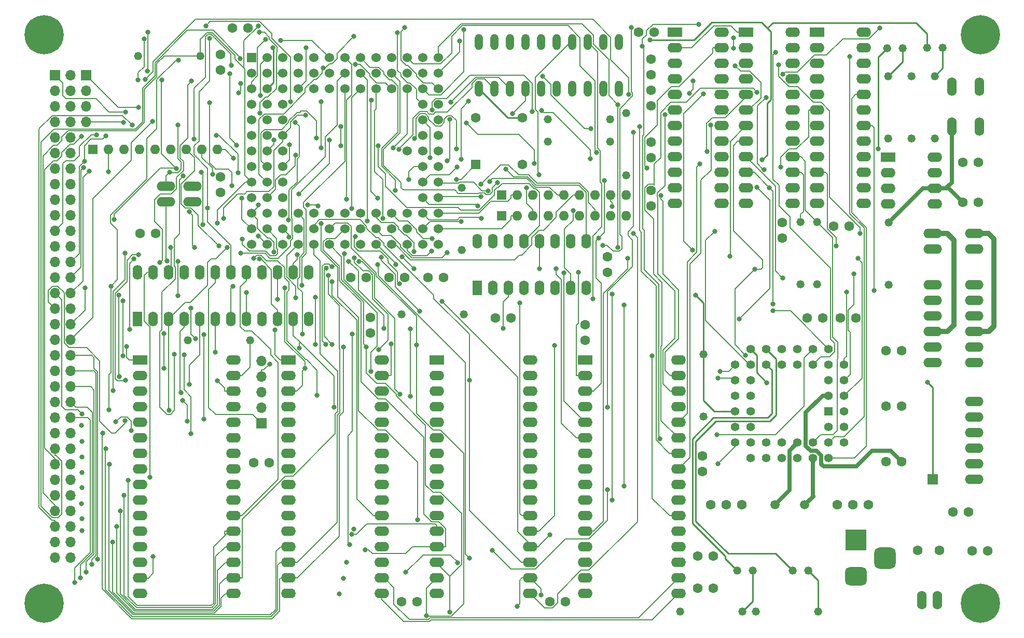
<source format=gbr>
G04 #@! TF.GenerationSoftware,KiCad,Pcbnew,7.0.9*
G04 #@! TF.CreationDate,2024-03-17T10:40:36+00:00*
G04 #@! TF.ProjectId,rosco_m68k,726f7363-6f5f-46d3-9638-6b2e6b696361,020-1.13*
G04 #@! TF.SameCoordinates,Original*
G04 #@! TF.FileFunction,Copper,L1,Top*
G04 #@! TF.FilePolarity,Positive*
%FSLAX46Y46*%
G04 Gerber Fmt 4.6, Leading zero omitted, Abs format (unit mm)*
G04 Created by KiCad (PCBNEW 7.0.9) date 2024-03-17 10:40:36*
%MOMM*%
%LPD*%
G01*
G04 APERTURE LIST*
G04 Aperture macros list*
%AMRoundRect*
0 Rectangle with rounded corners*
0 $1 Rounding radius*
0 $2 $3 $4 $5 $6 $7 $8 $9 X,Y pos of 4 corners*
0 Add a 4 corners polygon primitive as box body*
4,1,4,$2,$3,$4,$5,$6,$7,$8,$9,$2,$3,0*
0 Add four circle primitives for the rounded corners*
1,1,$1+$1,$2,$3*
1,1,$1+$1,$4,$5*
1,1,$1+$1,$6,$7*
1,1,$1+$1,$8,$9*
0 Add four rect primitives between the rounded corners*
20,1,$1+$1,$2,$3,$4,$5,0*
20,1,$1+$1,$4,$5,$6,$7,0*
20,1,$1+$1,$6,$7,$8,$9,0*
20,1,$1+$1,$8,$9,$2,$3,0*%
G04 Aperture macros list end*
G04 #@! TA.AperFunction,ComponentPad*
%ADD10C,6.400000*%
G04 #@! TD*
G04 #@! TA.AperFunction,ComponentPad*
%ADD11O,1.524000X3.048000*%
G04 #@! TD*
G04 #@! TA.AperFunction,ComponentPad*
%ADD12C,1.320800*%
G04 #@! TD*
G04 #@! TA.AperFunction,ComponentPad*
%ADD13C,1.600200*%
G04 #@! TD*
G04 #@! TA.AperFunction,ComponentPad*
%ADD14R,1.422400X1.422400*%
G04 #@! TD*
G04 #@! TA.AperFunction,ComponentPad*
%ADD15C,1.422400*%
G04 #@! TD*
G04 #@! TA.AperFunction,ComponentPad*
%ADD16R,2.400000X1.600000*%
G04 #@! TD*
G04 #@! TA.AperFunction,ComponentPad*
%ADD17O,2.400000X1.600000*%
G04 #@! TD*
G04 #@! TA.AperFunction,ComponentPad*
%ADD18O,3.048000X1.524000*%
G04 #@! TD*
G04 #@! TA.AperFunction,ComponentPad*
%ADD19C,1.500000*%
G04 #@! TD*
G04 #@! TA.AperFunction,ComponentPad*
%ADD20R,1.600000X1.600000*%
G04 #@! TD*
G04 #@! TA.AperFunction,ComponentPad*
%ADD21C,1.600000*%
G04 #@! TD*
G04 #@! TA.AperFunction,ComponentPad*
%ADD22R,1.700000X1.700000*%
G04 #@! TD*
G04 #@! TA.AperFunction,ComponentPad*
%ADD23O,1.700000X1.700000*%
G04 #@! TD*
G04 #@! TA.AperFunction,ComponentPad*
%ADD24R,1.600000X2.400000*%
G04 #@! TD*
G04 #@! TA.AperFunction,ComponentPad*
%ADD25O,1.600000X2.400000*%
G04 #@! TD*
G04 #@! TA.AperFunction,ComponentPad*
%ADD26R,1.524000X1.524000*%
G04 #@! TD*
G04 #@! TA.AperFunction,ComponentPad*
%ADD27C,1.524000*%
G04 #@! TD*
G04 #@! TA.AperFunction,ComponentPad*
%ADD28R,3.500000X3.500000*%
G04 #@! TD*
G04 #@! TA.AperFunction,ComponentPad*
%ADD29RoundRect,0.750000X1.000000X-0.750000X1.000000X0.750000X-1.000000X0.750000X-1.000000X-0.750000X0*%
G04 #@! TD*
G04 #@! TA.AperFunction,ComponentPad*
%ADD30RoundRect,0.875000X0.875000X-0.875000X0.875000X0.875000X-0.875000X0.875000X-0.875000X-0.875000X0*%
G04 #@! TD*
G04 #@! TA.AperFunction,ComponentPad*
%ADD31O,1.600000X1.600000*%
G04 #@! TD*
G04 #@! TA.AperFunction,ComponentPad*
%ADD32O,1.320800X2.641600*%
G04 #@! TD*
G04 #@! TA.AperFunction,ViaPad*
%ADD33C,0.800000*%
G04 #@! TD*
G04 #@! TA.AperFunction,Conductor*
%ADD34C,0.250000*%
G04 #@! TD*
G04 #@! TA.AperFunction,Conductor*
%ADD35C,0.152400*%
G04 #@! TD*
G04 #@! TA.AperFunction,Conductor*
%ADD36C,0.650000*%
G04 #@! TD*
G04 #@! TA.AperFunction,Conductor*
%ADD37C,0.850000*%
G04 #@! TD*
G04 APERTURE END LIST*
D10*
X71500000Y-151500000D03*
X71500000Y-58700000D03*
X224300000Y-151500000D03*
D11*
X219659400Y-73701200D03*
X219659400Y-67198800D03*
X224180600Y-73701200D03*
X224180600Y-67198800D03*
D10*
X224300000Y-58700000D03*
D12*
X163920000Y-72520000D03*
X153760000Y-72520000D03*
D13*
X180313400Y-135433800D03*
X182853400Y-135433800D03*
X185393400Y-135433800D03*
X163495000Y-94930000D03*
X163495000Y-97470000D03*
X100300000Y-81930000D03*
X100300000Y-84470000D03*
X159800000Y-106019000D03*
X159800000Y-108559000D03*
X223005000Y-142925000D03*
X225545000Y-142925000D03*
X87205000Y-91100000D03*
X89745000Y-91100000D03*
X208946000Y-119329500D03*
X211486000Y-119329500D03*
X168547000Y-58300000D03*
X171087000Y-58300000D03*
X170550000Y-84140600D03*
X170550000Y-86680600D03*
X191998600Y-91922600D03*
X191998600Y-89382600D03*
X208946000Y-128363000D03*
X211486000Y-128363000D03*
X214122000Y-142850000D03*
X217678000Y-142850000D03*
D14*
X199572000Y-120199000D03*
D15*
X202112000Y-117659000D03*
X199572000Y-117659000D03*
X202112000Y-115119000D03*
X199572000Y-115119000D03*
X202112000Y-112579000D03*
X199572000Y-110039000D03*
X199572000Y-112579000D03*
X197032000Y-110039000D03*
X197032000Y-112579000D03*
X194492000Y-110039000D03*
X194492000Y-112579000D03*
X191952000Y-110039000D03*
X191952000Y-112579000D03*
X189412000Y-110039000D03*
X189412000Y-112579000D03*
X186872000Y-110039000D03*
X184332000Y-112579000D03*
X186872000Y-112579000D03*
X184332000Y-115119000D03*
X186872000Y-115119000D03*
X184332000Y-117659000D03*
X186872000Y-117659000D03*
X184332000Y-120199000D03*
X186872000Y-120199000D03*
X184332000Y-122739000D03*
X186872000Y-122739000D03*
X184332000Y-125279000D03*
X186872000Y-127819000D03*
X186872000Y-125279000D03*
X189412000Y-127819000D03*
X189412000Y-125279000D03*
X191952000Y-127819000D03*
X191952000Y-125279000D03*
X194492000Y-127819000D03*
X194492000Y-125279000D03*
X197032000Y-127819000D03*
X197032000Y-125279000D03*
X199572000Y-127819000D03*
X202112000Y-125279000D03*
X199572000Y-125279000D03*
X202112000Y-122739000D03*
X199572000Y-122739000D03*
X202112000Y-120199000D03*
D16*
X186076700Y-58324800D03*
D17*
X186076700Y-60864800D03*
X186076700Y-63404800D03*
X186076700Y-65944800D03*
X186076700Y-68484800D03*
X186076700Y-71024800D03*
X186076700Y-73564800D03*
X186076700Y-76104800D03*
X186076700Y-78644800D03*
X186076700Y-81184800D03*
X186076700Y-83724800D03*
X186076700Y-86264800D03*
X193696700Y-86264800D03*
X193696700Y-83724800D03*
X193696700Y-81184800D03*
X193696700Y-78644800D03*
X193696700Y-76104800D03*
X193696700Y-73564800D03*
X193696700Y-71024800D03*
X193696700Y-68484800D03*
X193696700Y-65944800D03*
X193696700Y-63404800D03*
X193696700Y-60864800D03*
X193696700Y-58324800D03*
D18*
X223300000Y-91159000D03*
X223300000Y-93699000D03*
D12*
X211600000Y-60930000D03*
X209060000Y-60930000D03*
X218200000Y-60840000D03*
X215660000Y-60840000D03*
D19*
X190779400Y-135432800D03*
X195659400Y-135432800D03*
D20*
X141990000Y-79910000D03*
D21*
X149610000Y-79910000D03*
X149610000Y-72290000D03*
X141990000Y-72290000D03*
D16*
X159800000Y-111823600D03*
D17*
X159800000Y-114363600D03*
X159800000Y-116903600D03*
X159800000Y-119443600D03*
X159800000Y-121983600D03*
X159800000Y-124523600D03*
X159800000Y-127063600D03*
X159800000Y-129603600D03*
X159800000Y-132143600D03*
X159800000Y-134683600D03*
X159800000Y-137223600D03*
X159800000Y-139763600D03*
X159800000Y-142303600D03*
X159800000Y-144843600D03*
X159800000Y-147383600D03*
X159800000Y-149923600D03*
X175040000Y-149923600D03*
X175040000Y-147383600D03*
X175040000Y-144843600D03*
X175040000Y-142303600D03*
X175040000Y-139763600D03*
X175040000Y-137223600D03*
X175040000Y-134683600D03*
X175040000Y-132143600D03*
X175040000Y-129603600D03*
X175040000Y-127063600D03*
X175040000Y-124523600D03*
X175040000Y-121983600D03*
X175040000Y-119443600D03*
X175040000Y-116903600D03*
X175040000Y-114363600D03*
X175040000Y-111823600D03*
D16*
X135600000Y-111823600D03*
D17*
X135600000Y-114363600D03*
X135600000Y-116903600D03*
X135600000Y-119443600D03*
X135600000Y-121983600D03*
X135600000Y-124523600D03*
X135600000Y-127063600D03*
X135600000Y-129603600D03*
X135600000Y-132143600D03*
X135600000Y-134683600D03*
X135600000Y-137223600D03*
X135600000Y-139763600D03*
X135600000Y-142303600D03*
X135600000Y-144843600D03*
X135600000Y-147383600D03*
X135600000Y-149923600D03*
X150840000Y-149923600D03*
X150840000Y-147383600D03*
X150840000Y-144843600D03*
X150840000Y-142303600D03*
X150840000Y-139763600D03*
X150840000Y-137223600D03*
X150840000Y-134683600D03*
X150840000Y-132143600D03*
X150840000Y-129603600D03*
X150840000Y-127063600D03*
X150840000Y-124523600D03*
X150840000Y-121983600D03*
X150840000Y-119443600D03*
X150840000Y-116903600D03*
X150840000Y-114363600D03*
X150840000Y-111823600D03*
D16*
X111400000Y-111823600D03*
D17*
X111400000Y-114363600D03*
X111400000Y-116903600D03*
X111400000Y-119443600D03*
X111400000Y-121983600D03*
X111400000Y-124523600D03*
X111400000Y-127063600D03*
X111400000Y-129603600D03*
X111400000Y-132143600D03*
X111400000Y-134683600D03*
X111400000Y-137223600D03*
X111400000Y-139763600D03*
X111400000Y-142303600D03*
X111400000Y-144843600D03*
X111400000Y-147383600D03*
X111400000Y-149923600D03*
X126640000Y-149923600D03*
X126640000Y-147383600D03*
X126640000Y-144843600D03*
X126640000Y-142303600D03*
X126640000Y-139763600D03*
X126640000Y-137223600D03*
X126640000Y-134683600D03*
X126640000Y-132143600D03*
X126640000Y-129603600D03*
X126640000Y-127063600D03*
X126640000Y-124523600D03*
X126640000Y-121983600D03*
X126640000Y-119443600D03*
X126640000Y-116903600D03*
X126640000Y-114363600D03*
X126640000Y-111823600D03*
D22*
X73325000Y-65350000D03*
D23*
X75865000Y-65350000D03*
X73325000Y-67890000D03*
X75865000Y-67890000D03*
X73325000Y-70430000D03*
X75865000Y-70430000D03*
X73325000Y-72970000D03*
X75865000Y-72970000D03*
X73325000Y-75510000D03*
X75865000Y-75510000D03*
X73325000Y-78050000D03*
X75865000Y-78050000D03*
X73325000Y-80590000D03*
X75865000Y-80590000D03*
X73325000Y-83130000D03*
X75865000Y-83130000D03*
X73325000Y-85670000D03*
X75865000Y-85670000D03*
X73325000Y-88210000D03*
X75865000Y-88210000D03*
X73325000Y-90750000D03*
X75865000Y-90750000D03*
X73325000Y-93290000D03*
X75865000Y-93290000D03*
X73325000Y-95830000D03*
X75865000Y-95830000D03*
X73325000Y-98370000D03*
X75865000Y-98370000D03*
X73325000Y-100910000D03*
X75865000Y-100910000D03*
X73325000Y-103450000D03*
X75865000Y-103450000D03*
X73325000Y-105990000D03*
X75865000Y-105990000D03*
X73325000Y-108530000D03*
X75865000Y-108530000D03*
X73325000Y-111070000D03*
X75865000Y-111070000D03*
X73325000Y-113610000D03*
X75865000Y-113610000D03*
X73325000Y-116150000D03*
X75865000Y-116150000D03*
X73325000Y-118690000D03*
X75865000Y-118690000D03*
X73325000Y-121230000D03*
X75865000Y-121230000D03*
X73325000Y-123770000D03*
X75865000Y-123770000D03*
X73325000Y-126310000D03*
X75865000Y-126310000D03*
X73325000Y-128850000D03*
X75865000Y-128850000D03*
X73325000Y-131390000D03*
X75865000Y-131390000D03*
X73325000Y-133930000D03*
X75865000Y-133930000D03*
X73325000Y-136470000D03*
X75865000Y-136470000D03*
X73325000Y-139010000D03*
X75865000Y-139010000D03*
X73325000Y-141550000D03*
X75865000Y-141550000D03*
X73325000Y-144090000D03*
X75865000Y-144090000D03*
D12*
X139980000Y-104324000D03*
X129820000Y-104324000D03*
D16*
X174450000Y-58324800D03*
D17*
X174450000Y-60864800D03*
X174450000Y-63404800D03*
X174450000Y-65944800D03*
X174450000Y-68484800D03*
X174450000Y-71024800D03*
X174450000Y-73564800D03*
X174450000Y-76104800D03*
X174450000Y-78644800D03*
X174450000Y-81184800D03*
X174450000Y-83724800D03*
X174450000Y-86264800D03*
X182070000Y-86264800D03*
X182070000Y-83724800D03*
X182070000Y-81184800D03*
X182070000Y-78644800D03*
X182070000Y-76104800D03*
X182070000Y-73564800D03*
X182070000Y-71024800D03*
X182070000Y-68484800D03*
X182070000Y-65944800D03*
X182070000Y-63404800D03*
X182070000Y-60864800D03*
X182070000Y-58324800D03*
D13*
X178918000Y-129962000D03*
X178918000Y-127422000D03*
X124750000Y-107370000D03*
X124750000Y-104830000D03*
X206057400Y-135433800D03*
X203517400Y-135433800D03*
X200977400Y-135433800D03*
X223999000Y-79525000D03*
X221459000Y-79525000D03*
X196069000Y-104952000D03*
X198609000Y-104952000D03*
D18*
X223300000Y-131310000D03*
X223300000Y-128770000D03*
X223300000Y-126230000D03*
X223300000Y-123690000D03*
X223300000Y-121150000D03*
X223300000Y-118610000D03*
D13*
X208946000Y-110296000D03*
X211486000Y-110296000D03*
X145149000Y-104943000D03*
X147689000Y-104943000D03*
D18*
X216564000Y-112258000D03*
X216564000Y-109718000D03*
X216564000Y-107178000D03*
X216564000Y-104638000D03*
X216564000Y-102098000D03*
X216564000Y-99558000D03*
X223300000Y-112258000D03*
X223300000Y-109718000D03*
X223300000Y-107178000D03*
X223300000Y-104638000D03*
X223300000Y-102098000D03*
X223300000Y-99558000D03*
D11*
X214730000Y-151000000D03*
X217270000Y-151000000D03*
D13*
X201455000Y-104952000D03*
X203995000Y-104952000D03*
X100300000Y-64470000D03*
X100300000Y-61930000D03*
X170550000Y-76203000D03*
X170550000Y-78743000D03*
D16*
X209230000Y-78724800D03*
D17*
X209230000Y-81264800D03*
X209230000Y-83804800D03*
X209230000Y-86344800D03*
X216850000Y-86344800D03*
X216850000Y-83804800D03*
X216850000Y-81264800D03*
X216850000Y-78724800D03*
D18*
X216564000Y-91159000D03*
X216564000Y-93699000D03*
D12*
X209362000Y-89353000D03*
X209362000Y-99513000D03*
X213078000Y-65450000D03*
X213078000Y-75610000D03*
X209230000Y-65450000D03*
X209230000Y-75610000D03*
X86820000Y-62200000D03*
X96980000Y-62200000D03*
X166545000Y-81680000D03*
X166545000Y-71520000D03*
X216850000Y-65450000D03*
X216850000Y-75610000D03*
D18*
X91385000Y-83430000D03*
X91385000Y-85970000D03*
D12*
X95001000Y-108593000D03*
X105161000Y-108593000D03*
X187198000Y-146200400D03*
X184658000Y-146200400D03*
X196197000Y-146202400D03*
X193657000Y-146202400D03*
X185514200Y-152831800D03*
X175354200Y-152831800D03*
X197815200Y-152831800D03*
X187655200Y-152831800D03*
D18*
X95700000Y-85970000D03*
X95700000Y-83430000D03*
D16*
X87200000Y-111823600D03*
D17*
X87200000Y-114363600D03*
X87200000Y-116903600D03*
X87200000Y-119443600D03*
X87200000Y-121983600D03*
X87200000Y-124523600D03*
X87200000Y-127063600D03*
X87200000Y-129603600D03*
X87200000Y-132143600D03*
X87200000Y-134683600D03*
X87200000Y-137223600D03*
X87200000Y-139763600D03*
X87200000Y-142303600D03*
X87200000Y-144843600D03*
X87200000Y-147383600D03*
X87200000Y-149923600D03*
X102440000Y-149923600D03*
X102440000Y-147383600D03*
X102440000Y-144843600D03*
X102440000Y-142303600D03*
X102440000Y-139763600D03*
X102440000Y-137223600D03*
X102440000Y-134683600D03*
X102440000Y-132143600D03*
X102440000Y-129603600D03*
X102440000Y-127063600D03*
X102440000Y-124523600D03*
X102440000Y-121983600D03*
X102440000Y-119443600D03*
X102440000Y-116903600D03*
X102440000Y-114363600D03*
X102440000Y-111823600D03*
D13*
X221459000Y-86101000D03*
X223999000Y-86101000D03*
X180750000Y-143840200D03*
X178210000Y-143840200D03*
X202959000Y-89929000D03*
X200419000Y-89929000D03*
D16*
X197703300Y-58324800D03*
D17*
X197703300Y-60864800D03*
X197703300Y-63404800D03*
X197703300Y-65944800D03*
X197703300Y-68484800D03*
X197703300Y-71024800D03*
X197703300Y-73564800D03*
X197703300Y-76104800D03*
X197703300Y-78644800D03*
X197703300Y-81184800D03*
X197703300Y-83724800D03*
X197703300Y-86264800D03*
X205323300Y-86264800D03*
X205323300Y-83724800D03*
X205323300Y-81184800D03*
X205323300Y-78644800D03*
X205323300Y-76104800D03*
X205323300Y-73564800D03*
X205323300Y-71024800D03*
X205323300Y-68484800D03*
X205323300Y-65944800D03*
X205323300Y-63404800D03*
X205323300Y-60864800D03*
X205323300Y-58324800D03*
D12*
X197703300Y-89303000D03*
X197703300Y-99463000D03*
D13*
X170550000Y-67810000D03*
X170550000Y-70350000D03*
X170543000Y-62680000D03*
X170543000Y-65220000D03*
D24*
X86787000Y-105081000D03*
D25*
X89327000Y-105081000D03*
X91867000Y-105081000D03*
X94407000Y-105081000D03*
X96947000Y-105081000D03*
X99487000Y-105081000D03*
X102027000Y-105081000D03*
X104567000Y-105081000D03*
X107107000Y-105081000D03*
X109647000Y-105081000D03*
X112187000Y-105081000D03*
X114727000Y-105081000D03*
X114727000Y-97461000D03*
X112187000Y-97461000D03*
X109647000Y-97461000D03*
X107107000Y-97461000D03*
X104567000Y-97461000D03*
X102027000Y-97461000D03*
X99487000Y-97461000D03*
X96947000Y-97461000D03*
X94407000Y-97461000D03*
X91867000Y-97461000D03*
X89327000Y-97461000D03*
X86787000Y-97461000D03*
D22*
X106971000Y-122120000D03*
D23*
X106971000Y-119580000D03*
X106971000Y-117040000D03*
X106971000Y-114500000D03*
X106971000Y-111960000D03*
D13*
X180750000Y-149021800D03*
X178210000Y-149021800D03*
X154030000Y-151263000D03*
X156570000Y-151263000D03*
X129852000Y-151263000D03*
X132392000Y-151263000D03*
X105701000Y-128540000D03*
X108241000Y-128540000D03*
D12*
X194995800Y-89303000D03*
X194995800Y-99463000D03*
D22*
X216564000Y-131310000D03*
D24*
X142225000Y-100025000D03*
D25*
X144765000Y-100025000D03*
X147305000Y-100025000D03*
X149845000Y-100025000D03*
X152385000Y-100025000D03*
X154925000Y-100025000D03*
X157465000Y-100025000D03*
X160005000Y-100025000D03*
X160005000Y-92405000D03*
X157465000Y-92405000D03*
X154925000Y-92405000D03*
X152385000Y-92405000D03*
X149845000Y-92405000D03*
X147305000Y-92405000D03*
X144765000Y-92405000D03*
X142225000Y-92405000D03*
D12*
X139700000Y-93880000D03*
X139700000Y-83720000D03*
X179146200Y-121031000D03*
X179146200Y-110871000D03*
D13*
X222351600Y-136575800D03*
X219811600Y-136575800D03*
D12*
X153760000Y-76120000D03*
X163920000Y-76120000D03*
D22*
X78405000Y-65350000D03*
D23*
X78405000Y-67890000D03*
X78405000Y-70430000D03*
X78405000Y-72970000D03*
D26*
X105360000Y-62460000D03*
D27*
X107900000Y-62460000D03*
X110440000Y-62460000D03*
X112980000Y-62460000D03*
X115520000Y-62460000D03*
X118060000Y-62460000D03*
X120600000Y-62460000D03*
X123140000Y-62460000D03*
X125680000Y-62460000D03*
X128220000Y-62460000D03*
X130760000Y-62460000D03*
X133300000Y-62460000D03*
X135840000Y-62460000D03*
X105360000Y-65000000D03*
X107900000Y-65000000D03*
X110440000Y-65000000D03*
X112980000Y-65000000D03*
X115520000Y-65000000D03*
X118060000Y-65000000D03*
X120600000Y-65000000D03*
X123140000Y-65000000D03*
X125680000Y-65000000D03*
X128220000Y-65000000D03*
X130760000Y-65000000D03*
X133300000Y-65000000D03*
X135840000Y-65000000D03*
X105360000Y-67540000D03*
X107900000Y-67540000D03*
X110440000Y-67540000D03*
X112980000Y-67540000D03*
X115520000Y-67540000D03*
X118060000Y-67540000D03*
X120600000Y-67540000D03*
X123140000Y-67540000D03*
X125680000Y-67540000D03*
X128220000Y-67540000D03*
X130760000Y-67540000D03*
X133300000Y-67540000D03*
X135840000Y-67540000D03*
X105360000Y-70080000D03*
X107900000Y-70080000D03*
X110440000Y-70080000D03*
X133300000Y-70080000D03*
X135840000Y-70080000D03*
X105360000Y-72620000D03*
X107900000Y-72620000D03*
X110440000Y-72620000D03*
X133300000Y-72620000D03*
X135840000Y-72620000D03*
X105360000Y-75160000D03*
X107900000Y-75160000D03*
X110440000Y-75160000D03*
X133300000Y-75160000D03*
X135840000Y-75160000D03*
X105360000Y-77700000D03*
X107900000Y-77700000D03*
X110440000Y-77700000D03*
X130760000Y-77700000D03*
X133300000Y-77700000D03*
X135840000Y-77700000D03*
X105360000Y-80240000D03*
X107900000Y-80240000D03*
X110440000Y-80240000D03*
X133300000Y-80240000D03*
X135840000Y-80240000D03*
X105360000Y-82780000D03*
X107900000Y-82780000D03*
X110440000Y-82780000D03*
X133300000Y-82780000D03*
X135840000Y-82780000D03*
X105360000Y-85320000D03*
X107900000Y-85320000D03*
X110440000Y-85320000D03*
X133300000Y-85320000D03*
X135840000Y-85320000D03*
X105360000Y-87860000D03*
X107900000Y-87860000D03*
X110440000Y-87860000D03*
X112980000Y-87860000D03*
X115520000Y-87860000D03*
X118060000Y-87860000D03*
X120600000Y-87860000D03*
X123140000Y-87860000D03*
X125680000Y-87860000D03*
X128220000Y-87860000D03*
X130760000Y-87860000D03*
X133300000Y-87860000D03*
X135840000Y-87860000D03*
X105360000Y-90400000D03*
X107900000Y-90400000D03*
X110440000Y-90400000D03*
X112980000Y-90400000D03*
X115520000Y-90400000D03*
X118060000Y-90400000D03*
X120600000Y-90400000D03*
X123140000Y-90400000D03*
X125680000Y-90400000D03*
X128220000Y-90400000D03*
X130760000Y-90400000D03*
X133300000Y-90400000D03*
X135840000Y-90400000D03*
X105360000Y-92940000D03*
X107900000Y-92940000D03*
X110440000Y-92940000D03*
X112980000Y-92940000D03*
X115520000Y-92940000D03*
X118060000Y-92940000D03*
X120600000Y-92940000D03*
X123140000Y-92940000D03*
X125680000Y-92940000D03*
X128220000Y-92940000D03*
X130760000Y-92940000D03*
X133300000Y-92940000D03*
X135840000Y-92940000D03*
D28*
X204045900Y-141142200D03*
D29*
X204045900Y-147142200D03*
D30*
X208745900Y-144142200D03*
D13*
X102210000Y-57600000D03*
X104750000Y-57600000D03*
X134130000Y-98300000D03*
X136670000Y-98300000D03*
D20*
X146225000Y-88300000D03*
D31*
X148765000Y-88300000D03*
X151305000Y-88300000D03*
X153845000Y-88300000D03*
X156385000Y-88300000D03*
X158925000Y-88300000D03*
X161465000Y-88300000D03*
X164005000Y-88300000D03*
X166545000Y-88300000D03*
D13*
X127830000Y-98300000D03*
X130370000Y-98300000D03*
D20*
X146225000Y-84900000D03*
D31*
X148765000Y-84900000D03*
X151305000Y-84900000D03*
X153845000Y-84900000D03*
X156385000Y-84900000D03*
X158925000Y-84900000D03*
X161465000Y-84900000D03*
X164005000Y-84900000D03*
X166545000Y-84900000D03*
D32*
X142470000Y-67510000D03*
X145010000Y-67510000D03*
X147550000Y-67510000D03*
X150090000Y-67510000D03*
X152630000Y-67510000D03*
X155170000Y-67510000D03*
X157710000Y-67510000D03*
X160250000Y-67510000D03*
X162790000Y-67510000D03*
X165330000Y-67510000D03*
X165330000Y-59890000D03*
X162790000Y-59890000D03*
X160250000Y-59890000D03*
X157710000Y-59890000D03*
X155170000Y-59890000D03*
X152630000Y-59890000D03*
X150090000Y-59890000D03*
X147550000Y-59890000D03*
X145010000Y-59890000D03*
X142470000Y-59890000D03*
D20*
X79490000Y-77460000D03*
D31*
X82030000Y-77460000D03*
X84570000Y-77460000D03*
X87110000Y-77460000D03*
X89650000Y-77460000D03*
X92190000Y-77460000D03*
X94730000Y-77460000D03*
X97270000Y-77460000D03*
X99810000Y-77460000D03*
D13*
X121530000Y-98300000D03*
X124070000Y-98300000D03*
D33*
X189030000Y-80700000D03*
X189350000Y-68940000D03*
X177420000Y-66230000D03*
X176810000Y-68250000D03*
X131040000Y-82337800D03*
X129904100Y-94922300D03*
X131862600Y-96880800D03*
X143954600Y-84178000D03*
X157853600Y-87387000D03*
X146860000Y-80648400D03*
X138880000Y-80336300D03*
X99809500Y-89410500D03*
X92160000Y-93439900D03*
X190875000Y-61595000D03*
X106451400Y-57302400D03*
X102050000Y-63700000D03*
X96020400Y-75743300D03*
X106628200Y-58302900D03*
X82020000Y-81060000D03*
X106764000Y-71465700D03*
X103626400Y-66654400D03*
X103292300Y-68216800D03*
X107668700Y-59472200D03*
X188676200Y-79150000D03*
X170423200Y-59561100D03*
X89240000Y-72850000D03*
X84500000Y-73000000D03*
X117067600Y-64119200D03*
X169865500Y-80501000D03*
X103496700Y-62621300D03*
X122100000Y-59004700D03*
X108858000Y-60835100D03*
X104567000Y-100790000D03*
X206992000Y-100464000D03*
X161052100Y-101796000D03*
X78198700Y-100072000D03*
X152290300Y-81564900D03*
X102323000Y-99796600D03*
X109014300Y-94177800D03*
X118041000Y-75897300D03*
X106475300Y-86520700D03*
X113075000Y-84706900D03*
X77641500Y-75270700D03*
X192054600Y-65117900D03*
X97185800Y-81136400D03*
X88456300Y-58314000D03*
X101838400Y-65087400D03*
X88394400Y-64676800D03*
X102939310Y-76750200D03*
X207904800Y-57601900D03*
X97452700Y-89741700D03*
X152720248Y-71075500D03*
X100787500Y-88647300D03*
X134830900Y-71013700D03*
X151208800Y-71266100D03*
X114165500Y-71850200D03*
X160653000Y-78942700D03*
X179745100Y-77746500D03*
X166929900Y-68451000D03*
X93136200Y-80551300D03*
X90769100Y-66041600D03*
X82964200Y-88883900D03*
X184321800Y-63808100D03*
X88036400Y-65955700D03*
X118518000Y-98979000D03*
X109632000Y-101874000D03*
X149148800Y-102514400D03*
X117537500Y-96786000D03*
X170751800Y-111080000D03*
X118527200Y-109229800D03*
X112816400Y-94574700D03*
X98550000Y-59290000D03*
X98222000Y-86978600D03*
X96064200Y-93424000D03*
X95200000Y-87606700D03*
X119965000Y-76865100D03*
X98550000Y-69800000D03*
X119965000Y-73695500D03*
X151510500Y-79700000D03*
X112544200Y-78368400D03*
X86950000Y-70600000D03*
X140440000Y-73125800D03*
X102150000Y-83350000D03*
X93380000Y-73476700D03*
X181314000Y-123986000D03*
X85900000Y-73470380D03*
X95508400Y-123844000D03*
X111398700Y-88972300D03*
X118803000Y-119493000D03*
X83239900Y-121865000D03*
X85771200Y-123272800D03*
X113214200Y-109865500D03*
X91980200Y-81140700D03*
X94374800Y-110989000D03*
X112533200Y-73003800D03*
X179116400Y-68351900D03*
X177342798Y-93827600D03*
X138812000Y-77331000D03*
X115933600Y-75599400D03*
X99610000Y-75100000D03*
X131978600Y-75679600D03*
X103140000Y-81250000D03*
X139317000Y-59690900D03*
X77675000Y-127625000D03*
X172024600Y-124631600D03*
X169173100Y-60606100D03*
X178389400Y-57003500D03*
X184036600Y-59199000D03*
X155059200Y-96876500D03*
X162731200Y-93077100D03*
X167369700Y-57556700D03*
X77675000Y-125050000D03*
X184073400Y-60937700D03*
X140053100Y-57858100D03*
X156311600Y-97561398D03*
X165183600Y-93395700D03*
X165183600Y-70112800D03*
X77625000Y-122500000D03*
X128473300Y-77161100D03*
X187864500Y-68072000D03*
X152887400Y-65484100D03*
X168687500Y-73696400D03*
X160787800Y-74036900D03*
X184988200Y-105105202D03*
X191783300Y-80320000D03*
X187838100Y-83577300D03*
X80025300Y-75030800D03*
X122317200Y-63507600D03*
X95602000Y-66270900D03*
X90437800Y-95921400D03*
X180300400Y-73477400D03*
X163477500Y-119503000D03*
X167728400Y-74605800D03*
X140811800Y-69586200D03*
X139567000Y-79049300D03*
X178570000Y-79835300D03*
X161671400Y-77923600D03*
X162000000Y-91900000D03*
X77675000Y-120579000D03*
X162978100Y-82534300D03*
X200810000Y-93176000D03*
X145537600Y-82818500D03*
X94874400Y-121767400D03*
X114119000Y-113185000D03*
X94098300Y-118415000D03*
X126767600Y-88697200D03*
X110827000Y-100043300D03*
X172201000Y-84980000D03*
X84752300Y-121701700D03*
X158735000Y-97524000D03*
X121702600Y-87080300D03*
X124817000Y-113679800D03*
X91077600Y-113129000D03*
X120521500Y-94446300D03*
X91077600Y-107479400D03*
X137300000Y-79326800D03*
X164200000Y-101029000D03*
X137713800Y-72551200D03*
X192074800Y-98399600D03*
X202459000Y-100713000D03*
X164200000Y-134700000D03*
X77650000Y-135225000D03*
X134542270Y-78786700D03*
X186025800Y-111037700D03*
X187528200Y-96977200D03*
X77675000Y-137700000D03*
X203711000Y-97768000D03*
X183438799Y-94869001D03*
X204329000Y-95230000D03*
X166800000Y-95200000D03*
X121729000Y-140253000D03*
X84800000Y-71300000D03*
X77675000Y-139646000D03*
X106780300Y-68598400D03*
X139000000Y-144900000D03*
X130550000Y-146450000D03*
X83967800Y-136475000D03*
X140943800Y-115092500D03*
X181499700Y-114734000D03*
X154028800Y-140325500D03*
X136469100Y-102220000D03*
X84596400Y-133925000D03*
X112619900Y-101639000D03*
X154820200Y-109445200D03*
X132455900Y-137903200D03*
X116739100Y-89513900D03*
X85225000Y-131425000D03*
X82175000Y-128850000D03*
X125927900Y-96216900D03*
X140950400Y-144125900D03*
X117878800Y-98026500D03*
X81600000Y-126300000D03*
X120334800Y-109644100D03*
X117462100Y-109230600D03*
X81075000Y-123775000D03*
X118490500Y-96591300D03*
X111450700Y-91729000D03*
X113648200Y-107544500D03*
X76471700Y-148109000D03*
X119650000Y-149950000D03*
X97583300Y-121414000D03*
X97583300Y-107683300D03*
X84734100Y-94373600D03*
X120350000Y-147450000D03*
X82797800Y-116821100D03*
X106461400Y-91573000D03*
X77423500Y-147338000D03*
X84807100Y-115138400D03*
X103844700Y-92074400D03*
X120900000Y-144850000D03*
X86902800Y-94627500D03*
X78350000Y-146445000D03*
X121254900Y-95688400D03*
X114569000Y-86492800D03*
X121424000Y-141924000D03*
X126978800Y-106675600D03*
X79323200Y-145121000D03*
X121830000Y-107542900D03*
X116208600Y-86686700D03*
X122069000Y-139364000D03*
X85446400Y-106778000D03*
X86201100Y-95277200D03*
X80275000Y-144350000D03*
X93450000Y-62826700D03*
X99487000Y-110555000D03*
X110108300Y-59634600D03*
X82075000Y-119950000D03*
X82413900Y-99751400D03*
X95254000Y-115780000D03*
X122179700Y-95090200D03*
X108376800Y-112437800D03*
X126159600Y-110087000D03*
X120905000Y-85582700D03*
X113577300Y-99613000D03*
X83775000Y-114550000D03*
X83742800Y-101207000D03*
X93829000Y-117098000D03*
X84371400Y-111146000D03*
X84371400Y-102137000D03*
X101370000Y-93460000D03*
X103590000Y-94330000D03*
X91882000Y-120015000D03*
X85000000Y-109600000D03*
X126516200Y-95076100D03*
X190510791Y-102658821D03*
X128867100Y-84100900D03*
X109200000Y-106900000D03*
X132780800Y-103811100D03*
X189894000Y-83649700D03*
X129593300Y-117386100D03*
X124251000Y-89125200D03*
X99805700Y-115149000D03*
X172830000Y-71715000D03*
X122943400Y-95700900D03*
X77675000Y-130150000D03*
X130400000Y-57550000D03*
X166171000Y-102850000D03*
X190500000Y-103784400D03*
X77675000Y-132625000D03*
X129142500Y-58415366D03*
X166200000Y-132350000D03*
X144706700Y-142851200D03*
X163477500Y-133002500D03*
X123900000Y-142750000D03*
X181499700Y-128756900D03*
X137750000Y-152929000D03*
X124126000Y-109658400D03*
X181811800Y-113658400D03*
X133900000Y-153538000D03*
X89325000Y-143925000D03*
X132272100Y-109384800D03*
X167690800Y-91135200D03*
X82710600Y-141550000D03*
X180975000Y-90805000D03*
X152635000Y-150136100D03*
X148714000Y-151976000D03*
X83339200Y-139000000D03*
X106679800Y-95311000D03*
X203010000Y-62232000D03*
X207621000Y-77364000D03*
X191407700Y-63655100D03*
X204706400Y-91118400D03*
X88781000Y-130925000D03*
X128135000Y-109213000D03*
X93378200Y-95690700D03*
X95435800Y-103351600D03*
X91612600Y-95636100D03*
X96222000Y-108340800D03*
X93378200Y-101294000D03*
X215700000Y-115400000D03*
X189496400Y-115500000D03*
X177825400Y-101193600D03*
X126083600Y-76828700D03*
X116759200Y-77197000D03*
X116749281Y-69658646D03*
X77955300Y-80372400D03*
X115797700Y-109231600D03*
X152385000Y-96898600D03*
X94248500Y-81769400D03*
X115797700Y-101585100D03*
X92764500Y-110880100D03*
X131257200Y-106751600D03*
X116080200Y-117519900D03*
X131257200Y-117754600D03*
X78869000Y-80997000D03*
X100021100Y-93204500D03*
X146479300Y-106675600D03*
X105711600Y-95232400D03*
X87827600Y-59366500D03*
X122292800Y-91670000D03*
X97895000Y-57247600D03*
X111769000Y-69633700D03*
X86833300Y-66093800D03*
X129489400Y-99340400D03*
X78102000Y-79336700D03*
X81570100Y-75197000D03*
X124919572Y-69418572D03*
X125959900Y-85378700D03*
X114250100Y-60819100D03*
X137900000Y-69700000D03*
X109002600Y-75927900D03*
X147977700Y-71565400D03*
X111557600Y-76654200D03*
X99010000Y-81470000D03*
X102460000Y-78860000D03*
X142277300Y-86677500D03*
X150276200Y-83666000D03*
X142815500Y-85165100D03*
X131922100Y-94138400D03*
X134819300Y-91989900D03*
X142932200Y-88693900D03*
X129428200Y-77437500D03*
X103782300Y-85417100D03*
X137301600Y-94313800D03*
X164263900Y-86719400D03*
X142818800Y-83104100D03*
X144206300Y-82688500D03*
X139607600Y-89214600D03*
X128903900Y-96185600D03*
X134792900Y-93991300D03*
X138868000Y-82339800D03*
D34*
X189550000Y-57630200D02*
X190125000Y-58205200D01*
X190125000Y-58205200D02*
X190125000Y-69261016D01*
X190125000Y-69261016D02*
X189501789Y-69884227D01*
X189501789Y-69884227D02*
X189501789Y-78324411D01*
X189501789Y-78324411D02*
X188676200Y-79150000D01*
D35*
X193294000Y-90189900D02*
X193294000Y-88442800D01*
X191465200Y-86614000D02*
X191465200Y-83286600D01*
X200544500Y-110473300D02*
X200544500Y-109110300D01*
X198302000Y-111309000D02*
X199708800Y-111309000D01*
X190477200Y-82298600D02*
X190477200Y-61992800D01*
X197032000Y-112579000D02*
X198302000Y-111309000D01*
X200544500Y-109110300D02*
X199877000Y-108442800D01*
X193294000Y-88442800D02*
X191465200Y-86614000D01*
X190477200Y-61992800D02*
X190875000Y-61595000D01*
X199877000Y-96772900D02*
X193294000Y-90189900D01*
X191465200Y-83286600D02*
X190477200Y-82298600D01*
X199877000Y-108442800D02*
X199877000Y-96772900D01*
X199708800Y-111309000D02*
X200544500Y-110473300D01*
X178739800Y-94335600D02*
X178739800Y-82418000D01*
X176931074Y-127712526D02*
X176931074Y-96144326D01*
X176931074Y-96144326D02*
X178739800Y-94335600D01*
X175040000Y-129603600D02*
X176931074Y-127712526D01*
X180373800Y-80784000D02*
X180373800Y-73550800D01*
X180373800Y-73550800D02*
X180300400Y-73477400D01*
X178739800Y-82418000D02*
X180373800Y-80784000D01*
X176468700Y-120554900D02*
X176468700Y-95779502D01*
X178069000Y-94179202D02*
X178069000Y-80336300D01*
X178069000Y-80336300D02*
X178570000Y-79835300D01*
X175040000Y-121983600D02*
X176468700Y-120554900D01*
X176468700Y-95779502D02*
X178069000Y-94179202D01*
X188491200Y-66491700D02*
X188491200Y-69010300D01*
X188491200Y-69010300D02*
X186476700Y-71024800D01*
X189350000Y-68940000D02*
X187950000Y-70340000D01*
X186674300Y-64674800D02*
X188491200Y-66491700D01*
X186476700Y-71024800D02*
X186076700Y-71024800D01*
X188900000Y-80700000D02*
X189030000Y-80700000D01*
X187950000Y-79750000D02*
X188900000Y-80700000D01*
X184321800Y-63808100D02*
X185188500Y-64674800D01*
X185188500Y-64674800D02*
X186674300Y-64674800D01*
X187950000Y-70340000D02*
X187950000Y-79750000D01*
X177420000Y-67640000D02*
X176810000Y-68250000D01*
X177420000Y-66230000D02*
X177420000Y-67640000D01*
X131850000Y-80240000D02*
X133300000Y-80240000D01*
X131040000Y-81050000D02*
X131850000Y-80240000D01*
X131040000Y-82337800D02*
X131040000Y-81050000D01*
X129904100Y-94922300D02*
X131862600Y-96880800D01*
X139128500Y-82968500D02*
X139317000Y-82780000D01*
X156431700Y-90413600D02*
X157853600Y-88991700D01*
X157465000Y-97763998D02*
X156431700Y-96730698D01*
X136028500Y-82968500D02*
X139128500Y-82968500D01*
X143003600Y-84178000D02*
X143954600Y-84178000D01*
X139317000Y-82780000D02*
X141605600Y-82780000D01*
X157853600Y-88991700D02*
X157853600Y-87387000D01*
X156431700Y-96730698D02*
X156431700Y-90413600D01*
X157465000Y-100025000D02*
X157465000Y-97763998D01*
X141605600Y-82780000D02*
X143003600Y-84178000D01*
X148100469Y-81888869D02*
X146860000Y-80648400D01*
X138880000Y-80336300D02*
X137636300Y-81580000D01*
X148100469Y-81888869D02*
X150430969Y-81888869D01*
X158777100Y-83261500D02*
X151803600Y-83261500D01*
X159953800Y-90925100D02*
X159953800Y-84438200D01*
X134500000Y-81580000D02*
X133300000Y-82780000D01*
X137636300Y-81580000D02*
X134500000Y-81580000D01*
X159953800Y-84438200D02*
X158777100Y-83261500D01*
X151803600Y-83261500D02*
X150430969Y-81888869D01*
X160005000Y-92405000D02*
X160005000Y-90976300D01*
X160005000Y-90976300D02*
X159953800Y-90925100D01*
X71304700Y-133505800D02*
X71304700Y-78489500D01*
X104125500Y-59677322D02*
X104125500Y-64145900D01*
X75400500Y-74400000D02*
X86538394Y-74400000D01*
X104255100Y-81675100D02*
X104255100Y-64275500D01*
X73325000Y-135391300D02*
X73190200Y-135391300D01*
X92273800Y-97054200D02*
X92273800Y-93553700D01*
X73325000Y-136470000D02*
X73325000Y-135391300D01*
X106451400Y-57302400D02*
X106451400Y-57351422D01*
X74403800Y-75396700D02*
X75400500Y-74400000D01*
X73190200Y-135391300D02*
X71304700Y-133505800D01*
X73629600Y-76780000D02*
X74403800Y-76005800D01*
X89912700Y-65577600D02*
X89912700Y-63409800D01*
X99809500Y-87346800D02*
X99809500Y-89410500D01*
X103655900Y-63677800D02*
X102645200Y-62667100D01*
X91122500Y-62200000D02*
X96980000Y-62200000D01*
X105360000Y-82780000D02*
X104255100Y-81675100D01*
X104190800Y-64211200D02*
X103657400Y-63677800D01*
X98125600Y-58342000D02*
X96980000Y-59487600D01*
X73014200Y-76780000D02*
X73629600Y-76780000D01*
X102645200Y-62667100D02*
X102645200Y-62062400D01*
X71304700Y-78489500D02*
X73014200Y-76780000D01*
X89912700Y-63409800D02*
X91122500Y-62200000D01*
X104376300Y-82780000D02*
X99809500Y-87346800D01*
X87890000Y-67600300D02*
X89912700Y-65577600D01*
X86538394Y-74400000D02*
X87890000Y-73048394D01*
X103657400Y-63677800D02*
X103655900Y-63677800D01*
X104125500Y-64145900D02*
X104190800Y-64211200D01*
X102645200Y-62062400D02*
X98924800Y-58342000D01*
X96980000Y-59487600D02*
X96980000Y-62200000D01*
X98924800Y-58342000D02*
X98125600Y-58342000D01*
X105360000Y-82780000D02*
X104376300Y-82780000D01*
X92273800Y-93553700D02*
X92160000Y-93439900D01*
X87890000Y-73048394D02*
X87890000Y-67600300D01*
X74403800Y-76005800D02*
X74403800Y-75396700D01*
X104255100Y-64275500D02*
X104190800Y-64211200D01*
X106451400Y-57351422D02*
X104125500Y-59677322D01*
X97869300Y-65613900D02*
X96020400Y-67462800D01*
X96020400Y-67462800D02*
X96020400Y-75743300D01*
X102050000Y-63700000D02*
X102016500Y-63666500D01*
X102016500Y-61865100D02*
X98798300Y-58646900D01*
X98252000Y-58646900D02*
X97869300Y-59029600D01*
X97869300Y-59029600D02*
X97869300Y-65613900D01*
X102016500Y-63666500D02*
X102016500Y-61865100D01*
X98798300Y-58646900D02*
X98252000Y-58646900D01*
X106764000Y-69798400D02*
X106764000Y-71465700D01*
X108297500Y-59132300D02*
X108297500Y-59385400D01*
X109439900Y-65000000D02*
X109439900Y-67486100D01*
X108297500Y-59385400D02*
X109533400Y-60621300D01*
X109533400Y-61542300D02*
X109439900Y-61635800D01*
X107468100Y-58302900D02*
X108297500Y-59132300D01*
X110440000Y-65000000D02*
X109439900Y-65000000D01*
X108031400Y-68894600D02*
X107667800Y-68894600D01*
X109439900Y-61635800D02*
X109439900Y-65000000D01*
X82030000Y-81050000D02*
X82030000Y-77460000D01*
X109439900Y-67486100D02*
X108031400Y-68894600D01*
X106628200Y-58302900D02*
X107468100Y-58302900D01*
X82020000Y-81060000D02*
X82030000Y-81050000D01*
X107667800Y-68894600D02*
X106764000Y-69798400D01*
X109533400Y-60621300D02*
X109533400Y-61542300D01*
X198411300Y-90011100D02*
X197703300Y-89303100D01*
D34*
X190451700Y-56728500D02*
X189550000Y-57630200D01*
D35*
X201051000Y-111584000D02*
X201051000Y-108919000D01*
X75865000Y-108530000D02*
X79513900Y-104881100D01*
X79513900Y-85476100D02*
X85770000Y-79220000D01*
X195741000Y-79336700D02*
X195049000Y-78644800D01*
X195741000Y-87340700D02*
X195741000Y-79336700D01*
D34*
X177588900Y-59561100D02*
X170423200Y-59561100D01*
X215660000Y-60840000D02*
X215660000Y-58517000D01*
D35*
X85770000Y-76320000D02*
X89240000Y-72850000D01*
X103626400Y-66654400D02*
X103626400Y-67882700D01*
X198297000Y-124014000D02*
X200271000Y-124014000D01*
X103626400Y-67882700D02*
X103292300Y-68216800D01*
X200932000Y-111703000D02*
X201051000Y-111584000D01*
X197032000Y-125279000D02*
X198297000Y-124014000D01*
X200932000Y-123353000D02*
X200932000Y-111703000D01*
X195049000Y-78644800D02*
X193697000Y-78644800D01*
X200271000Y-124014000D02*
X200932000Y-123353000D01*
X78405000Y-72970000D02*
X84470000Y-72970000D01*
X85770000Y-79220000D02*
X85770000Y-76320000D01*
X201051000Y-108919000D02*
X200182000Y-108050000D01*
X197703000Y-89303000D02*
X195741000Y-87340700D01*
X84470000Y-72970000D02*
X84500000Y-73000000D01*
X105360000Y-67540000D02*
X105360000Y-66401100D01*
D34*
X213871500Y-56728500D02*
X215660000Y-58517000D01*
D35*
X106350700Y-65410500D02*
X106350700Y-60790200D01*
X106350700Y-60790200D02*
X107668700Y-59472200D01*
X200182000Y-91781300D02*
X198411300Y-90011100D01*
D34*
X190451700Y-56728500D02*
X213871500Y-56728500D01*
X189550000Y-57630200D02*
X188619800Y-56700000D01*
D35*
X105360100Y-66401100D02*
X106350700Y-65410500D01*
X105360000Y-66401100D02*
X105360100Y-66401100D01*
D34*
X188619800Y-56700000D02*
X180450000Y-56700000D01*
D35*
X198411300Y-90011100D02*
X197703000Y-89303000D01*
D34*
X180450000Y-56700000D02*
X177588900Y-59561100D01*
D35*
X79513900Y-104881100D02*
X79513900Y-85476100D01*
X200182000Y-108050000D02*
X200182000Y-91781300D01*
X119330100Y-62609300D02*
X119330100Y-61774600D01*
X99077200Y-57983500D02*
X103496700Y-62403000D01*
X106604400Y-72514500D02*
X107489600Y-71629300D01*
X114142100Y-68149800D02*
X114142100Y-67472800D01*
X86412920Y-74097080D02*
X87576711Y-72933289D01*
X115948600Y-65990800D02*
X116920000Y-65019400D01*
X87576711Y-72933289D02*
X87576711Y-67413289D01*
X73161120Y-74097080D02*
X86412920Y-74097080D01*
X107489600Y-71629300D02*
X110662600Y-71629300D01*
X73325000Y-127388700D02*
X73460000Y-127388700D01*
X169865500Y-80501000D02*
X169521100Y-80156600D01*
X169521100Y-80156600D02*
X169521100Y-75479100D01*
X180641300Y-61668400D02*
X180641300Y-60864800D01*
X70999800Y-76258400D02*
X73161120Y-74097080D01*
X94870800Y-57983500D02*
X99077200Y-57983500D01*
X107900000Y-82780000D02*
X106604400Y-81484400D01*
X116920000Y-64571400D02*
X117219900Y-64271500D01*
X119330100Y-62609300D02*
X118488600Y-63450800D01*
X173919000Y-67151000D02*
X175158700Y-67151000D01*
X87576711Y-67413289D02*
X89607800Y-65382200D01*
X118040600Y-63450800D02*
X117219900Y-64271500D01*
X171578900Y-69491100D02*
X173919000Y-67151000D01*
X175158700Y-67151000D02*
X180641300Y-61668400D01*
X110662600Y-71629300D02*
X114142100Y-68149800D01*
X114142100Y-67472800D02*
X115624100Y-65990800D01*
X106604400Y-81484400D02*
X106604400Y-72514500D01*
X70999800Y-135678200D02*
X70999800Y-76258400D01*
X73460000Y-127388700D02*
X74403700Y-128332400D01*
X74403700Y-136985600D02*
X73840500Y-137548800D01*
X89607800Y-65382200D02*
X89607800Y-63246500D01*
X118488600Y-63450800D02*
X118040600Y-63450800D01*
X171578900Y-73421300D02*
X171578900Y-69491100D01*
X73325000Y-126310000D02*
X73325000Y-127388700D01*
X116920000Y-65019400D02*
X116920000Y-64571400D01*
X119330100Y-61774600D02*
X122100000Y-59004700D01*
X73840500Y-137548800D02*
X72870400Y-137548800D01*
X115624100Y-65990800D02*
X115948600Y-65990800D01*
X72870400Y-137548800D02*
X70999800Y-135678200D01*
X117219900Y-64271500D02*
X117067600Y-64119200D01*
X169521100Y-75479100D02*
X171578900Y-73421300D01*
X89607800Y-63246500D02*
X94870800Y-57983500D01*
X103496700Y-62403000D02*
X103496700Y-62621300D01*
X182070000Y-60864800D02*
X180641300Y-60864800D01*
X74403700Y-128332400D02*
X74403700Y-136985600D01*
D34*
X147250000Y-72290000D02*
X142470000Y-67510000D01*
X107900000Y-67540000D02*
X108937511Y-66502489D01*
D35*
X108890700Y-60867800D02*
X108858000Y-60835100D01*
D34*
X108937511Y-60914611D02*
X108858000Y-60835100D01*
X108937511Y-66502489D02*
X108937511Y-60914611D01*
X149610000Y-72290000D02*
X147250000Y-72290000D01*
D35*
X161841400Y-61481400D02*
X160250000Y-59890000D01*
X162544700Y-82990000D02*
X162300100Y-82745400D01*
X161841400Y-77204500D02*
X161841400Y-61481400D01*
X104567000Y-100790000D02*
X104567000Y-105081000D01*
X162300100Y-77663100D02*
X161841500Y-77204500D01*
X162300100Y-82745400D02*
X162300100Y-77663100D01*
X161052100Y-101796000D02*
X161052100Y-91557000D01*
X206992000Y-100464000D02*
X206992000Y-73881100D01*
X206676000Y-73564800D02*
X205323300Y-73564800D01*
X206992000Y-73881100D02*
X206676000Y-73564800D01*
X162544700Y-90064400D02*
X162544700Y-82990000D01*
X161841500Y-77204500D02*
X161841400Y-77204500D01*
X161052100Y-91557000D02*
X162544700Y-90064400D01*
X102027000Y-100113000D02*
X102027000Y-105081000D01*
X102323000Y-99796600D02*
X102323000Y-99817500D01*
X78198700Y-103656000D02*
X75865000Y-105990000D01*
X157483800Y-59890000D02*
X151735600Y-65638200D01*
X151735600Y-70903700D02*
X152137200Y-71305300D01*
X151735600Y-65638200D02*
X151735600Y-70903700D01*
X152137200Y-81411800D02*
X152290300Y-81564900D01*
X78198700Y-100072000D02*
X78198700Y-103656000D01*
X152137200Y-71305300D02*
X152137200Y-81411800D01*
X102323000Y-99817500D02*
X102027000Y-100113000D01*
X105360000Y-87860000D02*
X106475300Y-86744700D01*
X105360000Y-87860000D02*
X106350800Y-88850800D01*
X113075000Y-84706900D02*
X118041000Y-79740900D01*
X186076700Y-58324800D02*
X184648000Y-58324800D01*
X107980400Y-91915400D02*
X108368200Y-91915400D01*
X106350800Y-88850800D02*
X106350800Y-90285800D01*
X177221500Y-60864800D02*
X180790200Y-57296100D01*
X106475300Y-86744700D02*
X106475300Y-86520700D01*
X183619300Y-57296100D02*
X184648000Y-58324800D01*
X118041000Y-79740900D02*
X118041000Y-75897300D01*
X106350800Y-90285800D02*
X107980400Y-91915400D01*
X108368200Y-91915400D02*
X109014300Y-92561500D01*
X174450000Y-60864800D02*
X177221500Y-60864800D01*
X109014300Y-92561500D02*
X109014300Y-94177800D01*
X180790200Y-57296100D02*
X183619300Y-57296100D01*
X74403800Y-78545800D02*
X73629600Y-79320000D01*
X74403800Y-77926200D02*
X74403800Y-78545800D01*
X73629600Y-79320000D02*
X73024300Y-79320000D01*
X73325000Y-128850000D02*
X73325000Y-127771300D01*
X73190000Y-127771300D02*
X73325000Y-127771300D01*
X71609600Y-126190900D02*
X73190000Y-127771300D01*
X73024300Y-79320000D02*
X71609600Y-80734700D01*
X77641500Y-75270700D02*
X76323400Y-76588800D01*
X75741200Y-76588800D02*
X74403800Y-77926200D01*
X76323400Y-76588800D02*
X75741200Y-76588800D01*
X71609600Y-80734700D02*
X71609600Y-126190900D01*
X201882500Y-59353600D02*
X199209200Y-62026900D01*
X97452700Y-89741700D02*
X97452700Y-81403300D01*
X102663650Y-76474540D02*
X102939310Y-76750200D01*
X192392300Y-64780200D02*
X192054600Y-65117900D01*
X101838400Y-75601100D02*
X102663650Y-76426350D01*
X102663650Y-76426350D02*
X102663650Y-76474540D01*
X88456300Y-64614900D02*
X88456300Y-58314000D01*
X194464400Y-64780200D02*
X192392300Y-64780200D01*
X206153100Y-59353600D02*
X201882500Y-59353600D01*
X97452700Y-81403300D02*
X97185800Y-81136400D01*
X197217700Y-62026900D02*
X194464400Y-64780200D01*
X207904800Y-57601900D02*
X206153100Y-59353600D01*
X199209200Y-62026900D02*
X197217700Y-62026900D01*
X88394400Y-64676800D02*
X88456300Y-64614900D01*
X101838400Y-65087400D02*
X101838400Y-75601100D01*
X111735700Y-72911900D02*
X112797400Y-71850200D01*
X104630200Y-84304400D02*
X108195600Y-84304400D01*
X134830900Y-71013700D02*
X134830900Y-69686500D01*
X109000000Y-77564500D02*
X110440000Y-76124500D01*
X109000000Y-83500000D02*
X109000000Y-77564500D01*
X179745100Y-77746500D02*
X179656600Y-77658000D01*
X110440000Y-75160000D02*
X111735700Y-73864300D01*
X100787500Y-88647300D02*
X100787500Y-87008900D01*
X135428200Y-69089200D02*
X137235900Y-69089200D01*
X160653000Y-77490500D02*
X160653000Y-78942700D01*
X134830900Y-69686500D02*
X135428200Y-69089200D01*
X180564800Y-72294800D02*
X182657400Y-72294800D01*
X112797400Y-71850200D02*
X114165500Y-71850200D01*
X103116800Y-84679600D02*
X104255000Y-84679600D01*
X111735700Y-73864300D02*
X111735700Y-72911900D01*
X137235900Y-69089200D02*
X141008600Y-65316500D01*
X151208800Y-66685300D02*
X151208800Y-71266100D01*
X141008600Y-65316500D02*
X149840000Y-65316500D01*
X179656600Y-73203000D02*
X180564800Y-72294800D01*
X149840000Y-65316500D02*
X151208800Y-66685300D01*
X110440000Y-76124500D02*
X110440000Y-75160000D01*
X182657400Y-72294800D02*
X186076700Y-68875500D01*
X153017448Y-71372700D02*
X152720248Y-71075500D01*
X154535200Y-71372700D02*
X160653000Y-77490500D01*
X104255000Y-84679600D02*
X104630200Y-84304400D01*
X100787500Y-87008900D02*
X103116800Y-84679600D01*
X108195600Y-84304400D02*
X109000000Y-83500000D01*
X179656600Y-77658000D02*
X179656600Y-73203000D01*
X154535200Y-71372700D02*
X153017448Y-71372700D01*
X90676711Y-78091811D02*
X90676711Y-66133989D01*
X163984200Y-59139500D02*
X161051500Y-56206800D01*
X96207800Y-56206800D02*
X89302900Y-63111700D01*
X89302900Y-63111700D02*
X89302900Y-64689200D01*
X90441100Y-80512000D02*
X82964200Y-87988900D01*
X166929900Y-65756600D02*
X163984200Y-62810900D01*
X90676711Y-66133989D02*
X90769100Y-66041600D01*
X82964200Y-87988900D02*
X82964200Y-88883900D01*
X163984200Y-62810900D02*
X163984200Y-59139500D01*
X89302900Y-64689200D02*
X88036400Y-65955700D01*
X166929900Y-68451000D02*
X166929900Y-65756600D01*
X161051500Y-56206800D02*
X96207800Y-56206800D01*
X93096900Y-80512000D02*
X90441100Y-80512000D01*
X90676711Y-78091811D02*
X93136200Y-80551300D01*
D36*
X209713000Y-126590000D02*
X211486000Y-128363000D01*
X204083000Y-129143000D02*
X206636000Y-126590000D01*
X198383000Y-128796000D02*
X198730000Y-129143000D01*
X196624000Y-126630000D02*
X197603000Y-126630000D01*
X198566000Y-117659000D02*
X195843000Y-120382000D01*
X198730000Y-129143000D02*
X204083000Y-129143000D01*
X195843000Y-125850000D02*
X196624000Y-126630000D01*
X199572000Y-117659000D02*
X198566000Y-117659000D01*
X197603000Y-126630000D02*
X198383000Y-127411000D01*
X206636000Y-126590000D02*
X209713000Y-126590000D01*
X198383000Y-127411000D02*
X198383000Y-128796000D01*
X195843000Y-120382000D02*
X195843000Y-125850000D01*
D35*
X109200000Y-131816000D02*
X109200000Y-131800000D01*
X109700000Y-131300000D02*
X109700000Y-112200000D01*
X108483000Y-110143000D02*
X106956000Y-108616000D01*
X106956000Y-108616000D02*
X106951000Y-108616000D01*
X109700000Y-112200000D02*
X108483000Y-110983000D01*
X106951000Y-108616000D02*
X105395000Y-107060000D01*
X105395000Y-107060000D02*
X104242000Y-107060000D01*
X102440400Y-137224000D02*
X103792000Y-137224000D01*
X104567000Y-98813400D02*
X104567000Y-97461000D01*
X104242000Y-107060000D02*
X103538000Y-106356000D01*
X109200000Y-131800000D02*
X109700000Y-131300000D01*
X103792000Y-137224000D02*
X109200000Y-131816000D01*
X103538000Y-99842000D02*
X104567000Y-98813400D01*
X103538000Y-106356000D02*
X103538000Y-99842000D01*
X108483000Y-110983000D02*
X108483000Y-110143000D01*
X118517000Y-101279000D02*
X118517000Y-98979900D01*
X126639600Y-137224000D02*
X125288000Y-137224000D01*
X125288000Y-137224000D02*
X122541000Y-134477000D01*
X118517000Y-98979900D02*
X118518000Y-98979000D01*
X122541000Y-134477000D02*
X122541000Y-105303000D01*
X122541000Y-105303000D02*
X118517000Y-101279000D01*
X149488000Y-137224000D02*
X149150000Y-136886000D01*
X109632000Y-101874000D02*
X109632000Y-97476000D01*
X149150000Y-116424000D02*
X149159000Y-116416000D01*
X149159000Y-102524600D02*
X149148800Y-102514400D01*
X150839600Y-137224000D02*
X149488000Y-137224000D01*
X149159000Y-116416000D02*
X149159000Y-102524600D01*
X149150000Y-136886000D02*
X149150000Y-116424000D01*
X112187000Y-96032300D02*
X112816400Y-95402900D01*
X112187000Y-97461000D02*
X112187000Y-96032300D01*
X112816400Y-95402900D02*
X112816400Y-94574700D01*
X170751800Y-134364100D02*
X170751800Y-111080000D01*
X173611300Y-137223600D02*
X170751800Y-134364100D01*
X117211700Y-97111800D02*
X117211700Y-107914300D01*
X117211700Y-107914300D02*
X118527200Y-109229800D01*
X175040000Y-137223600D02*
X173611300Y-137223600D01*
X117537500Y-96786000D02*
X117211700Y-97111800D01*
X98222000Y-80523606D02*
X98222000Y-86978600D01*
X98550000Y-66250000D02*
X96800000Y-68000000D01*
X98222000Y-89293000D02*
X102027000Y-93098000D01*
X98222000Y-86978600D02*
X98222000Y-89293000D01*
X95980000Y-78281606D02*
X98222000Y-80523606D01*
X95980000Y-76850000D02*
X95980000Y-78281606D01*
X96800000Y-76030000D02*
X95980000Y-76850000D01*
X98550000Y-59290000D02*
X98550000Y-66250000D01*
X102027000Y-93098000D02*
X102027000Y-97461000D01*
X96800000Y-68000000D02*
X96800000Y-76030000D01*
X99530000Y-120710000D02*
X98370000Y-119550000D01*
X105561000Y-120710000D02*
X99530000Y-120710000D01*
X99487000Y-99153000D02*
X99487000Y-97461000D01*
X96064200Y-93424000D02*
X95740400Y-93100200D01*
X95740400Y-93100200D02*
X95740400Y-88147100D01*
X98370000Y-119550000D02*
X98370000Y-100270000D01*
X106971000Y-122120000D02*
X105561000Y-120710000D01*
X95740400Y-88147100D02*
X95200000Y-87606700D01*
X98370000Y-100270000D02*
X99487000Y-99153000D01*
D36*
X193141000Y-133056400D02*
X193148400Y-133063800D01*
X193148400Y-133063800D02*
X190779400Y-135432800D01*
X193141000Y-126630000D02*
X193141000Y-133056400D01*
X194492000Y-125279000D02*
X193141000Y-126630000D01*
X197032000Y-134045400D02*
X197032000Y-127819000D01*
X197039400Y-134052800D02*
X197032000Y-134045400D01*
X197039400Y-134052800D02*
X195659400Y-135432800D01*
D34*
X187198000Y-151148000D02*
X187198000Y-146200400D01*
X185514200Y-152831800D02*
X187198000Y-151148000D01*
X197815200Y-152831800D02*
X197815200Y-147820600D01*
X197815200Y-147820600D02*
X196197000Y-146202400D01*
D35*
X219659000Y-75774900D02*
X219659400Y-75774500D01*
D36*
X219659000Y-73701200D02*
X219659000Y-75774900D01*
X219163000Y-83804800D02*
X221459000Y-86101000D01*
X219659000Y-82845400D02*
X218700000Y-83804800D01*
D35*
X219659400Y-75774500D02*
X219659400Y-73701200D01*
D36*
X214910000Y-83804800D02*
X216850000Y-83804800D01*
X219659000Y-75774900D02*
X219659000Y-82845400D01*
X216850000Y-83804800D02*
X218700000Y-83804800D01*
X218700000Y-83804800D02*
X219163000Y-83804800D01*
X209362000Y-89353000D02*
X214910000Y-83804800D01*
D34*
X218200000Y-60840000D02*
X218200000Y-64100000D01*
X218200000Y-64100000D02*
X216850000Y-65450000D01*
D35*
X148960000Y-74970000D02*
X151510500Y-77520500D01*
X102150000Y-83350000D02*
X102150000Y-81150000D01*
X107900000Y-85320000D02*
X109316800Y-83903200D01*
X102150000Y-81150000D02*
X101600000Y-80600000D01*
X119965000Y-73695500D02*
X119965000Y-76865100D01*
X98550000Y-79600000D02*
X99550000Y-80600000D01*
X195049000Y-81184800D02*
X193697000Y-81184800D01*
X110145280Y-81554720D02*
X110988274Y-81554720D01*
X109316800Y-82383200D02*
X110145280Y-81554720D01*
X86950000Y-70600000D02*
X83655000Y-70600000D01*
X98550000Y-79600000D02*
X98550000Y-69800000D01*
X140440000Y-73125800D02*
X142284200Y-74970000D01*
X99550000Y-80600000D02*
X101600000Y-80600000D01*
X195436000Y-87563500D02*
X195436000Y-81571900D01*
X195436000Y-81571900D02*
X195049000Y-81184800D01*
X83655000Y-70600000D02*
X78405000Y-65350000D01*
X110988274Y-81554720D02*
X112470500Y-80072494D01*
X109316800Y-83903200D02*
X109316800Y-82383200D01*
X112470500Y-80072494D02*
X112470500Y-78442100D01*
X151510500Y-77520500D02*
X151510500Y-79700000D01*
X142284200Y-74970000D02*
X148960000Y-74970000D01*
X112470500Y-78442100D02*
X112544200Y-78368400D01*
X194995800Y-88003700D02*
X194995800Y-89303000D01*
X195436000Y-87563500D02*
X194995800Y-88003700D01*
X190919000Y-123986000D02*
X195574000Y-119331000D01*
X195574000Y-111497000D02*
X197032000Y-110039000D01*
X181314000Y-123986000D02*
X190919000Y-123986000D01*
X91385000Y-81735900D02*
X91980200Y-81140700D01*
X85771200Y-123272800D02*
X85771200Y-121820400D01*
X85023700Y-121072900D02*
X84032000Y-121072900D01*
X111398700Y-88972300D02*
X111499500Y-88871500D01*
X112804600Y-78997100D02*
X112804700Y-78997100D01*
X72785600Y-137931300D02*
X70694900Y-135840600D01*
X195574000Y-119331000D02*
X195574000Y-111497000D01*
X91980200Y-81231600D02*
X91980200Y-81140700D01*
X70694900Y-74040700D02*
X72842311Y-71893289D01*
X94374800Y-110989000D02*
X94374800Y-116643500D01*
X93890000Y-79460000D02*
X93890000Y-80718100D01*
X73325000Y-139010000D02*
X73325000Y-137931300D01*
X95508400Y-117777100D02*
X95508400Y-123844000D01*
X113172900Y-78628900D02*
X113172900Y-73643500D01*
X112187000Y-105081000D02*
X112187000Y-107800000D01*
X84322909Y-71893289D02*
X85900000Y-73470380D01*
X93890000Y-80718100D02*
X93376500Y-81231600D01*
X113339600Y-108952500D02*
X118803000Y-114416000D01*
X85771200Y-121820400D02*
X85023700Y-121072900D01*
X93376500Y-81231600D02*
X91980200Y-81231600D01*
X113339600Y-108952500D02*
X113214200Y-109077900D01*
X84032000Y-121072900D02*
X83239900Y-121865000D01*
X93380000Y-78950000D02*
X93890000Y-79460000D01*
X112804700Y-78997100D02*
X113172900Y-78628900D01*
X91385000Y-83430000D02*
X91385000Y-81735900D01*
X70694900Y-135840600D02*
X70694900Y-74040700D01*
X118803000Y-114416000D02*
X118803000Y-119493000D01*
X113172900Y-73643500D02*
X112533200Y-73003800D01*
X111499500Y-84049700D02*
X112804600Y-82744600D01*
X72842311Y-71893289D02*
X84322909Y-71893289D01*
X93380000Y-78950000D02*
X93380000Y-73476700D01*
X113214200Y-109077900D02*
X113214200Y-109865500D01*
X111499500Y-88871500D02*
X111499500Y-84049700D01*
X112804600Y-82744600D02*
X112804600Y-78997100D01*
X112187000Y-107800000D02*
X113339600Y-108952500D01*
X94374800Y-116643500D02*
X95508400Y-117777100D01*
X73325000Y-137931300D02*
X72785600Y-137931300D01*
X175895000Y-71573300D02*
X175895000Y-92379802D01*
X175895000Y-92379802D02*
X177342798Y-93827600D01*
X179116400Y-68351900D02*
X175895000Y-71573300D01*
X131978600Y-75679600D02*
X132186700Y-75471500D01*
X99610000Y-75100000D02*
X100050000Y-75100000D01*
X114392700Y-71188200D02*
X115933600Y-72729100D01*
X100050000Y-75100000D02*
X103140000Y-78190000D01*
X106909300Y-74719700D02*
X107459800Y-74169200D01*
X103140000Y-78190000D02*
X103140000Y-81250000D01*
X136830800Y-73062700D02*
X136830800Y-72487600D01*
X137420800Y-71897600D02*
X137990700Y-71897600D01*
X115933600Y-72729100D02*
X115933600Y-75599400D01*
X138812000Y-72718900D02*
X138812000Y-77331000D01*
X107900000Y-80240000D02*
X106909300Y-79249300D01*
X135421800Y-73633800D02*
X136259700Y-73633800D01*
X113430800Y-71188200D02*
X114392700Y-71188200D01*
X111430800Y-72785500D02*
X112824500Y-71391800D01*
X113227200Y-71391800D02*
X113430800Y-71188200D01*
X112824500Y-71391800D02*
X113227200Y-71391800D01*
X136259700Y-73633800D02*
X136830800Y-73062700D01*
X134290800Y-72188500D02*
X134290800Y-72502800D01*
X137990700Y-71897600D02*
X138812000Y-72718900D01*
X134290800Y-72502800D02*
X135421800Y-73633800D01*
X106909300Y-79249300D02*
X106909300Y-74719700D01*
X111430800Y-73061300D02*
X111430800Y-72785500D01*
X110322900Y-74169200D02*
X111430800Y-73061300D01*
X132186700Y-75471500D02*
X132186700Y-72331700D01*
X133723900Y-71621600D02*
X134290800Y-72188500D01*
X132186700Y-72331700D02*
X132896800Y-71621600D01*
X107459800Y-74169200D02*
X110322900Y-74169200D01*
X136830800Y-72487600D02*
X137420800Y-71897600D01*
X132896800Y-71621600D02*
X133723900Y-71621600D01*
D34*
X211600000Y-60930000D02*
X211600000Y-63080000D01*
X211600000Y-63080000D02*
X209230000Y-65450000D01*
D35*
X169216200Y-90374600D02*
X169216200Y-75200100D01*
X171837900Y-99397100D02*
X169468800Y-97028000D01*
X169368600Y-75047700D02*
X169368600Y-60801600D01*
X172024600Y-124631600D02*
X171837900Y-124444900D01*
X139317000Y-61523000D02*
X139317000Y-59690900D01*
X170888900Y-57003500D02*
X169817000Y-58075400D01*
X169817000Y-58782600D02*
X169173100Y-59426500D01*
X169468800Y-97028000D02*
X169468800Y-90627200D01*
X178389400Y-57003500D02*
X170888900Y-57003500D01*
X169468800Y-90627200D02*
X169216200Y-90374600D01*
X171837900Y-124444900D02*
X171837900Y-99397100D01*
X135840000Y-65000000D02*
X139317000Y-61523000D01*
X169368600Y-60801600D02*
X169173100Y-60606100D01*
X169173100Y-59426500D02*
X169173100Y-60606100D01*
X169216200Y-75200100D02*
X169368600Y-75047700D01*
X169817000Y-58075400D02*
X169817000Y-58782600D01*
X165488600Y-70781500D02*
X167558600Y-68711500D01*
X184073400Y-60937700D02*
X184073400Y-59235800D01*
X155953700Y-122106000D02*
X158371300Y-124523600D01*
X159800000Y-124523600D02*
X158371300Y-124523600D01*
X134307000Y-68547000D02*
X136262900Y-68547000D01*
X133300000Y-67540000D02*
X134307000Y-68547000D01*
X162731200Y-93077100D02*
X163394700Y-93077100D01*
X163394700Y-93077100D02*
X164371300Y-94053700D01*
X140053100Y-64756800D02*
X140053100Y-57858100D01*
X184073400Y-59235800D02*
X184036600Y-59199000D01*
X167558600Y-68711500D02*
X167558600Y-68190500D01*
X165488600Y-91297100D02*
X165488600Y-70781500D01*
X155059200Y-96876500D02*
X155059200Y-97813400D01*
X155059200Y-97813400D02*
X155953700Y-98707900D01*
X136262900Y-68547000D02*
X140053100Y-64756800D01*
X165812400Y-91620900D02*
X165488600Y-91297100D01*
X165812400Y-93669800D02*
X165812400Y-91620900D01*
X164371300Y-94053700D02*
X165428500Y-94053700D01*
X167369700Y-68001600D02*
X167369700Y-57556700D01*
X155953700Y-98707900D02*
X155953700Y-122106000D01*
X165428500Y-94053700D02*
X165812400Y-93669800D01*
X167558600Y-68190500D02*
X167369700Y-68001600D01*
X163679200Y-62760200D02*
X163679200Y-68608400D01*
X165183600Y-70112800D02*
X165183600Y-93395700D01*
X135840000Y-62460000D02*
X135840000Y-60660400D01*
X161139200Y-60220200D02*
X163679200Y-62760200D01*
X163679200Y-68608400D02*
X165183600Y-70112800D01*
X161139200Y-58776400D02*
X161139200Y-60220200D01*
X159287200Y-56924400D02*
X161139200Y-58776400D01*
X135840000Y-60660400D02*
X139576000Y-56924400D01*
X159800000Y-121983600D02*
X156311600Y-118495200D01*
X139576000Y-56924400D02*
X159287200Y-56924400D01*
X156311600Y-118495200D02*
X156311600Y-97561398D01*
X172159900Y-71426800D02*
X172159900Y-78754000D01*
X172364400Y-99161600D02*
X172364400Y-109423200D01*
X170975522Y-83113300D02*
X170124478Y-83113300D01*
X169522700Y-87302900D02*
X170975522Y-88755722D01*
X178620700Y-67456000D02*
X176321900Y-69754800D01*
X178620700Y-67456000D02*
X187248500Y-67456000D01*
X173831900Y-69754800D02*
X172159900Y-71426800D01*
X170975522Y-88755722D02*
X170975522Y-97772722D01*
X172364400Y-109423200D02*
X172196600Y-109591000D01*
X172196600Y-121680200D02*
X175040000Y-124523600D01*
X176321900Y-69754800D02*
X173831900Y-69754800D01*
X172196600Y-109591000D02*
X172196600Y-121680200D01*
X170975522Y-97772722D02*
X172364400Y-99161600D01*
X170124478Y-83113300D02*
X169522700Y-83715078D01*
X187248500Y-67456000D02*
X187864500Y-68072000D01*
X171095200Y-79818700D02*
X171095200Y-83232978D01*
X128473300Y-77161100D02*
X130760000Y-74874400D01*
X171095200Y-83232978D02*
X170975522Y-83113300D01*
X169522700Y-83715078D02*
X169522700Y-87302900D01*
X172159900Y-78754000D02*
X171095200Y-79818700D01*
X130760000Y-74874400D02*
X130760000Y-67540000D01*
X175040000Y-127063600D02*
X173567500Y-127063600D01*
X173567500Y-127063600D02*
X171380600Y-124876700D01*
X171380600Y-99676400D02*
X168985800Y-97281600D01*
X154245400Y-66842100D02*
X154245400Y-68562100D01*
X152887400Y-65484100D02*
X154245400Y-66842100D01*
X171380600Y-124876700D02*
X171380600Y-99676400D01*
X154245400Y-68562100D02*
X159720200Y-74036900D01*
X168985800Y-97281600D02*
X168985800Y-90931500D01*
X159720200Y-74036900D02*
X160787800Y-74036900D01*
X168687500Y-90633200D02*
X168687500Y-73696400D01*
X168985800Y-90931500D02*
X168687500Y-90633200D01*
X194296600Y-77374800D02*
X193107900Y-77374800D01*
X189956200Y-85695400D02*
X189956200Y-100137202D01*
X187838100Y-83577300D02*
X189956200Y-85695400D01*
X191783300Y-78699400D02*
X191783300Y-80320000D01*
X73325000Y-90750000D02*
X74600000Y-89475000D01*
X196274600Y-75396800D02*
X194296600Y-77374800D01*
X79179200Y-75030800D02*
X80025300Y-75030800D01*
X76410000Y-79300000D02*
X77290000Y-78420000D01*
X197703300Y-71024800D02*
X196274600Y-71024800D01*
X74600000Y-79750000D02*
X75050000Y-79300000D01*
X189956200Y-100137202D02*
X184988200Y-105105202D01*
X193107900Y-77374800D02*
X191783300Y-78699400D01*
X196274600Y-71024800D02*
X196274600Y-75396800D01*
X75050000Y-79300000D02*
X76410000Y-79300000D01*
X74600000Y-89475000D02*
X74600000Y-79750000D01*
X77290000Y-78420000D02*
X77290000Y-76920000D01*
X77290000Y-76920000D02*
X79179200Y-75030800D01*
X128220000Y-67540000D02*
X127229200Y-66549200D01*
X90788300Y-90430200D02*
X89577000Y-89218900D01*
X124689200Y-65119500D02*
X123077300Y-63507600D01*
X93137700Y-81991100D02*
X94260000Y-80868800D01*
X123077300Y-63507600D02*
X122317200Y-63507600D01*
X90788300Y-95570900D02*
X90788300Y-90430200D01*
X92295700Y-84700000D02*
X93137700Y-83858000D01*
X94950000Y-66922900D02*
X95602000Y-66270900D01*
X90437800Y-95921400D02*
X90788300Y-95570900D01*
X125765600Y-66549200D02*
X124689200Y-65472800D01*
X89577000Y-85608900D02*
X90485900Y-84700000D01*
X94950000Y-75580000D02*
X94950000Y-66922900D01*
X94260000Y-79400000D02*
X93703289Y-78843289D01*
X90485900Y-84700000D02*
X92295700Y-84700000D01*
X89577000Y-89218900D02*
X89577000Y-85608900D01*
X94260000Y-80868800D02*
X94260000Y-79400000D01*
X93703289Y-78843289D02*
X93703289Y-76826711D01*
X93703289Y-76826711D02*
X94950000Y-75580000D01*
X93137700Y-83858000D02*
X93137700Y-81991100D01*
X127229200Y-66549200D02*
X125765600Y-66549200D01*
X124689200Y-65472800D02*
X124689200Y-65119500D01*
X139567000Y-70831000D02*
X139567000Y-79049300D01*
X166812200Y-90910598D02*
X167728400Y-89994398D01*
X167542398Y-92242400D02*
X166812200Y-91512202D01*
X163477500Y-119503000D02*
X163477500Y-100653800D01*
X167542398Y-96588902D02*
X167542398Y-92242400D01*
X166812200Y-91512202D02*
X166812200Y-90910598D01*
X163477500Y-100653800D02*
X167542398Y-96588902D01*
X140811800Y-69586200D02*
X139567000Y-70831000D01*
X167728400Y-89994398D02*
X167728400Y-74605800D01*
X130760000Y-62460000D02*
X131790300Y-63490300D01*
X138025200Y-61682500D02*
X138025200Y-58986000D01*
X139781900Y-57229300D02*
X157019200Y-57229300D01*
X158980000Y-63823700D02*
X161416600Y-66260300D01*
X131790300Y-63490300D02*
X136217400Y-63490300D01*
X161416600Y-77668800D02*
X161671400Y-77923600D01*
X136217400Y-63490300D02*
X138025200Y-61682500D01*
X157019200Y-57229300D02*
X158980000Y-59190100D01*
X158980000Y-59190100D02*
X158980000Y-63823700D01*
X161416600Y-66260300D02*
X161416600Y-77668800D01*
X138025200Y-58986000D02*
X139781900Y-57229300D01*
X74425000Y-119375000D02*
X75000000Y-119950000D01*
X144215100Y-84806700D02*
X144647200Y-84374600D01*
X126922100Y-77387200D02*
X126922100Y-80012606D01*
X74403600Y-101989000D02*
X74403600Y-110396000D01*
X142349900Y-84609200D02*
X142434800Y-84524300D01*
X129760000Y-82850506D02*
X129760000Y-83650000D01*
X162932200Y-82580200D02*
X162932200Y-90967800D01*
X162450000Y-99250000D02*
X161600000Y-98400000D01*
X75000000Y-119950000D02*
X77046400Y-119950000D01*
X74403600Y-110396000D02*
X74425000Y-110418000D01*
X200810000Y-93176000D02*
X200810000Y-91838200D01*
X199369000Y-81498100D02*
X199056000Y-81184800D01*
X126922100Y-80012606D02*
X129760000Y-82850506D01*
X199369000Y-90397000D02*
X199369000Y-81498100D01*
X73325000Y-100910000D02*
X74403600Y-101989000D01*
X162932200Y-90967800D02*
X162000000Y-91900000D01*
X138556800Y-84050000D02*
X139116000Y-84609200D01*
X129556800Y-74752500D02*
X126922100Y-77387200D01*
X142434800Y-84524300D02*
X143411800Y-84524300D01*
X200810000Y-91838200D02*
X199369000Y-90397000D01*
X129760000Y-83650000D02*
X130160000Y-84050000D01*
X161600000Y-98400000D02*
X161600000Y-92300000D01*
X128220000Y-65000000D02*
X129556800Y-66336800D01*
X144647200Y-83708900D02*
X145537600Y-82818500D01*
X144647200Y-84374600D02*
X144647200Y-83708900D01*
X161600000Y-92300000D02*
X162000000Y-91900000D01*
X162450000Y-115606000D02*
X162450000Y-99250000D01*
X143411800Y-84524300D02*
X143694200Y-84806700D01*
X139116000Y-84609200D02*
X142349900Y-84609200D01*
X199056000Y-81184800D02*
X197703300Y-81184800D01*
X129556800Y-66336800D02*
X129556800Y-74752500D01*
X143694200Y-84806700D02*
X144215100Y-84806700D01*
X162978100Y-82534300D02*
X162932200Y-82580200D01*
X159800400Y-116904000D02*
X161152000Y-116904000D01*
X74425000Y-110418000D02*
X74425000Y-119375000D01*
X161152000Y-116904000D02*
X162450000Y-115606000D01*
X77046400Y-119950000D02*
X77675000Y-120579000D01*
X130160000Y-84050000D02*
X138556800Y-84050000D01*
X114119000Y-112090600D02*
X114118900Y-112090600D01*
X72219400Y-100479500D02*
X72219400Y-102344400D01*
X172837000Y-113513000D02*
X173688000Y-114364000D01*
X172837000Y-110550800D02*
X172837000Y-113513000D01*
X172201000Y-85545700D02*
X172506000Y-85850200D01*
X125680000Y-70852200D02*
X125680000Y-67540000D01*
X73750200Y-99787100D02*
X72911800Y-99787100D01*
X114119000Y-113185000D02*
X113719000Y-113585000D01*
X173688000Y-114364000D02*
X175039600Y-114364000D01*
X113719000Y-113585000D02*
X113719000Y-115937000D01*
X80590200Y-111945800D02*
X78444400Y-109800000D01*
X83126300Y-123776500D02*
X82563200Y-123776500D01*
X114118900Y-112090600D02*
X110827000Y-108798700D01*
X84752300Y-122150500D02*
X83126300Y-123776500D01*
X84752300Y-121701700D02*
X84752300Y-122150500D01*
X94874400Y-119191100D02*
X94874400Y-121767400D01*
X72911800Y-99787100D02*
X72219400Y-100479500D01*
X74786200Y-100823100D02*
X73750200Y-99787100D01*
X175081000Y-100328800D02*
X175081000Y-108306800D01*
X78444400Y-109800000D02*
X75586400Y-109800000D01*
X75586400Y-109800000D02*
X74786200Y-108999800D01*
X113719000Y-115937000D02*
X112752000Y-116904000D01*
X74786200Y-108999800D02*
X74786200Y-100823100D01*
X82563200Y-123776500D02*
X80590200Y-121803500D01*
X112752000Y-116904000D02*
X111400400Y-116904000D01*
X80590200Y-121803500D02*
X80590200Y-111945800D01*
X125454900Y-71077300D02*
X125680000Y-70852200D01*
X110827000Y-108798700D02*
X110827000Y-100043300D01*
X114119000Y-113185000D02*
X114119000Y-112090600D01*
X172506000Y-97753800D02*
X175081000Y-100328800D01*
X72219400Y-102344400D02*
X73325000Y-103450000D01*
X126767600Y-82365700D02*
X125454900Y-81053000D01*
X175081000Y-108306800D02*
X172837000Y-110550800D01*
X125454900Y-81053000D02*
X125454900Y-71077300D01*
X172506000Y-85850200D02*
X172506000Y-97753800D01*
X172201000Y-84980000D02*
X172201000Y-85545700D01*
X126767600Y-88697200D02*
X126767600Y-82365700D01*
X94098300Y-118415000D02*
X94874400Y-119191100D01*
X121702600Y-68977400D02*
X123140000Y-67540000D01*
X125832000Y-109525500D02*
X124817000Y-110540500D01*
X120521500Y-94446300D02*
X120431900Y-94535900D01*
X158371300Y-106147300D02*
X158371300Y-114363600D01*
X159800000Y-114363600D02*
X158371300Y-114363600D01*
X125832000Y-104077800D02*
X125832000Y-109525500D01*
X91077600Y-107479400D02*
X91077600Y-113129000D01*
X124817000Y-110540500D02*
X124817000Y-113679800D01*
X121702600Y-87080300D02*
X121702600Y-68977400D01*
X120431900Y-94535900D02*
X120431900Y-98677700D01*
X158735000Y-97524000D02*
X158735000Y-105783600D01*
X120431900Y-98677700D02*
X125832000Y-104077800D01*
X158735000Y-105783600D02*
X158371300Y-106147300D01*
X164200000Y-101029000D02*
X164200000Y-134700000D01*
X137713800Y-78913000D02*
X137300000Y-79326800D01*
X202484000Y-100738000D02*
X202459000Y-100713000D01*
X190881000Y-97256600D02*
X192024000Y-98399600D01*
X190881000Y-97256600D02*
X190881000Y-83449100D01*
X190881000Y-83449100D02*
X186076700Y-78644800D01*
X202484000Y-111202000D02*
X202484000Y-100738000D01*
X137713800Y-72551200D02*
X137713800Y-78913000D01*
X202112000Y-111573000D02*
X202484000Y-111202000D01*
X192024000Y-98399600D02*
X192074800Y-98399600D01*
X202112000Y-112579000D02*
X202112000Y-111573000D01*
X134542270Y-73862270D02*
X133300000Y-72620000D01*
X202112000Y-115119000D02*
X203052000Y-114179000D01*
X188800000Y-96722100D02*
X188544900Y-96977200D01*
X186025800Y-111037700D02*
X184287400Y-109299300D01*
X203052000Y-114179000D02*
X203052000Y-107228000D01*
X188800000Y-95500000D02*
X188800000Y-96722100D01*
X203052000Y-107228000D02*
X202789000Y-106965000D01*
X188544900Y-96977200D02*
X187528200Y-96977200D01*
X186076700Y-76104800D02*
X184724000Y-76104800D01*
X184019000Y-90719000D02*
X188800000Y-95500000D01*
X202789000Y-106965000D02*
X202789000Y-103686000D01*
X134542270Y-78786700D02*
X134542270Y-73862270D01*
X184287400Y-100218000D02*
X187528200Y-96977200D01*
X202789000Y-103686000D02*
X203711000Y-102764000D01*
X203711000Y-102764000D02*
X203711000Y-97768000D01*
X184019000Y-76810100D02*
X184019000Y-90719000D01*
X184287400Y-109299300D02*
X184287400Y-100218000D01*
X184724000Y-76104800D02*
X184019000Y-76810100D01*
X183515000Y-76126500D02*
X183515000Y-94792800D01*
X202112000Y-117659000D02*
X205024000Y-114747000D01*
X107900000Y-62460000D02*
X106780300Y-63579700D01*
X124167000Y-138595000D02*
X135384000Y-138595000D01*
X183515000Y-94792800D02*
X183438799Y-94869001D01*
X75050000Y-69150000D02*
X74550000Y-68650000D01*
X161152000Y-139764000D02*
X159800400Y-139764000D01*
X186076700Y-73564800D02*
X183515000Y-76126500D01*
X106780300Y-63579700D02*
X106780300Y-68598400D01*
X205024000Y-95924700D02*
X204329000Y-95230000D01*
X79950000Y-69150000D02*
X75050000Y-69150000D01*
X74550000Y-66575000D02*
X73325000Y-65350000D01*
X121729000Y-140253000D02*
X122509000Y-140253000D01*
X166800000Y-96900000D02*
X162755000Y-100945000D01*
X205024000Y-114747000D02*
X205024000Y-95924700D01*
X122509000Y-140253000D02*
X124167000Y-138595000D01*
X162755000Y-138161000D02*
X161152000Y-139764000D01*
X162755000Y-100945000D02*
X162755000Y-138161000D01*
X166800000Y-95200000D02*
X166800000Y-96900000D01*
X135384000Y-138595000D02*
X135600000Y-138811000D01*
X74550000Y-68650000D02*
X74550000Y-66575000D01*
X84800000Y-71300000D02*
X82100000Y-71300000D01*
X135600000Y-138811000D02*
X135600000Y-139763600D01*
X82100000Y-71300000D02*
X79950000Y-69150000D01*
X126005400Y-91820200D02*
X126950000Y-92764800D01*
X99790400Y-146161000D02*
X99790400Y-151747000D01*
X126950000Y-93071200D02*
X135128200Y-101249400D01*
X99048300Y-152489000D02*
X86451700Y-152489000D01*
X137800000Y-143600000D02*
X139044000Y-144844000D01*
X139044000Y-144844000D02*
X139044000Y-144856000D01*
X139044000Y-144856000D02*
X139000000Y-144900000D01*
X150840000Y-144843600D02*
X149411300Y-144843600D01*
X130550000Y-146450000D02*
X133400000Y-143600000D01*
X86451700Y-152489000D02*
X83967800Y-150005000D01*
X124130800Y-90252200D02*
X125698800Y-91820200D01*
X149411300Y-144843600D02*
X140943800Y-136376100D01*
X101088000Y-144864000D02*
X99790400Y-146161000D01*
X115520000Y-89843900D02*
X116511900Y-88852000D01*
X125698800Y-91820200D02*
X126005400Y-91820200D01*
X140943800Y-136376100D02*
X140943800Y-115092500D01*
X99790400Y-151747000D02*
X99048300Y-152489000D01*
X181499700Y-114734000D02*
X183947000Y-114734000D01*
X102419600Y-144864000D02*
X101088000Y-144864000D01*
X126950000Y-92764800D02*
X126950000Y-93071200D01*
X123055700Y-88852000D02*
X124130800Y-89927100D01*
X140943800Y-107583800D02*
X140943800Y-115092500D01*
X124130800Y-89927100D02*
X124130800Y-90252200D01*
X116511900Y-88852000D02*
X123055700Y-88852000D01*
X135128200Y-101768200D02*
X140943800Y-107583800D01*
X133400000Y-143600000D02*
X137800000Y-143600000D01*
X83967800Y-150005000D02*
X83967800Y-136475000D01*
X135128200Y-101249400D02*
X135128200Y-101768200D01*
X148845000Y-114595900D02*
X136469100Y-102220000D01*
X151290400Y-142303600D02*
X148845000Y-139858200D01*
X84596400Y-133925000D02*
X84596400Y-150202000D01*
X86577900Y-152184000D02*
X98922100Y-152184000D01*
X111110400Y-98291700D02*
X111110400Y-94809600D01*
X148845000Y-139858200D02*
X148845000Y-114595900D01*
X151290400Y-142303600D02*
X152268700Y-142303600D01*
X112619900Y-99801200D02*
X111110400Y-98291700D01*
X152268700Y-142085600D02*
X154028800Y-140325500D01*
X98922100Y-152184000D02*
X99485600Y-151620000D01*
X84596400Y-150202000D02*
X86577900Y-152184000D01*
X99485600Y-143926000D02*
X101088000Y-142324000D01*
X152268700Y-142303600D02*
X152268700Y-142085600D01*
X99485600Y-151620000D02*
X99485600Y-143926000D01*
X111110400Y-94809600D02*
X112980000Y-92940000D01*
X101088000Y-142324000D02*
X102420000Y-142324000D01*
X112619900Y-101639000D02*
X112619900Y-99801200D01*
X101151300Y-140329700D02*
X99180800Y-142300000D01*
X150840000Y-139763600D02*
X152268700Y-139763600D01*
X154820200Y-109445200D02*
X154820200Y-137212100D01*
X122846000Y-104847800D02*
X119427600Y-101429400D01*
X127225800Y-123253600D02*
X126032700Y-123253600D01*
X132455900Y-137903200D02*
X132455900Y-128483700D01*
X126032700Y-123253600D02*
X122846000Y-120066900D01*
X132455900Y-128483700D02*
X127225800Y-123253600D01*
X86704200Y-151879000D02*
X85225000Y-150400000D01*
X154820200Y-137212100D02*
X152268700Y-139763600D01*
X101697000Y-139784000D02*
X101151300Y-140329700D01*
X102440000Y-139763600D02*
X101011300Y-139763600D01*
X119427600Y-101429400D02*
X119427600Y-96639200D01*
X99180800Y-151494000D02*
X98795800Y-151879000D01*
X98795800Y-151879000D02*
X86704200Y-151879000D01*
X99180800Y-142300000D02*
X99180800Y-151494000D01*
X101151300Y-140329700D02*
X101011300Y-140189700D01*
X122846000Y-120066900D02*
X122846000Y-104847800D01*
X119427600Y-96639200D02*
X116739100Y-93950700D01*
X101011300Y-140189700D02*
X101011300Y-139763600D01*
X85225000Y-150400000D02*
X85225000Y-131425000D01*
X116739100Y-93950700D02*
X116739100Y-89513900D01*
X140950400Y-144125900D02*
X140299200Y-143474700D01*
X108422000Y-153403000D02*
X86072900Y-153403000D01*
X126039300Y-96328300D02*
X125927900Y-96216900D01*
X82082000Y-128943000D02*
X82175000Y-128850000D01*
X109325000Y-143046000D02*
X109325000Y-152500000D01*
X126039300Y-97964300D02*
X126039300Y-96328300D01*
X140299200Y-143474700D02*
X140299200Y-112224200D01*
X109325000Y-152500000D02*
X108422000Y-153403000D01*
X82082000Y-149412000D02*
X82082000Y-128943000D01*
X86072900Y-153403000D02*
X82082000Y-149412000D01*
X140299200Y-112224200D02*
X126039300Y-97964300D01*
X111379600Y-142324000D02*
X110048000Y-142324000D01*
X110048000Y-142324000D02*
X109325000Y-143046000D01*
X109630000Y-145281000D02*
X109630000Y-152626000D01*
X119345100Y-138327200D02*
X112828700Y-144843600D01*
X119345100Y-120834500D02*
X119345100Y-138327200D01*
X81546400Y-149308000D02*
X81546400Y-126354000D01*
X108548000Y-153708000D02*
X85946700Y-153708000D01*
X81546400Y-126354000D02*
X81600000Y-126300000D01*
X110048000Y-144864000D02*
X109630000Y-145281000D01*
X111379600Y-144864000D02*
X110048000Y-144864000D01*
X119762100Y-120417500D02*
X119345100Y-120834500D01*
X119706100Y-109904500D02*
X119762100Y-109960500D01*
X119762100Y-109960500D02*
X119762100Y-120417500D01*
X85946700Y-153708000D02*
X81546400Y-149308000D01*
X111400000Y-144843600D02*
X112828700Y-144843600D01*
X117878800Y-101072100D02*
X119706100Y-102899400D01*
X109630000Y-152626000D02*
X108548000Y-153708000D01*
X119706100Y-102899400D02*
X119706100Y-109904500D01*
X117878800Y-98026500D02*
X117878800Y-101072100D01*
X110048000Y-147404000D02*
X109935000Y-147517000D01*
X111400000Y-147383600D02*
X112828700Y-147383600D01*
X117462100Y-109230600D02*
X116906800Y-108675300D01*
X80971400Y-149164000D02*
X80971400Y-123879000D01*
X111379600Y-147404000D02*
X110048000Y-147404000D01*
X116906800Y-108675300D02*
X116906800Y-96497300D01*
X111450700Y-91410700D02*
X110440000Y-90400000D01*
X80971400Y-123879000D02*
X81075000Y-123775000D01*
X111450700Y-91729000D02*
X111450700Y-91410700D01*
X108674000Y-154013000D02*
X85820400Y-154013000D01*
X119650000Y-120960900D02*
X120334800Y-120276100D01*
X120334800Y-120276100D02*
X120334800Y-109644100D01*
X109935000Y-152753000D02*
X108674000Y-154013000D01*
X109935000Y-147517000D02*
X109935000Y-152753000D01*
X116906800Y-96497300D02*
X117303900Y-96100200D01*
X85820400Y-154013000D02*
X80971400Y-149164000D01*
X112828700Y-147383600D02*
X119650000Y-140562300D01*
X119650000Y-140562300D02*
X119650000Y-120960900D01*
X117303900Y-96100200D02*
X117999400Y-96100200D01*
X117999400Y-96100200D02*
X118490500Y-96591300D01*
X112932400Y-98601000D02*
X113272400Y-98261000D01*
X113648200Y-107544500D02*
X113648200Y-100724500D01*
X75865000Y-121230000D02*
X78630000Y-121230000D01*
X113272400Y-95007900D02*
X113971700Y-94308600D01*
X113971700Y-88851700D02*
X112980000Y-87860000D01*
X170760680Y-154202920D02*
X175040000Y-149923600D01*
X112932400Y-100008700D02*
X112932400Y-98601000D01*
X113272400Y-98261000D02*
X113272400Y-95007900D01*
X126640000Y-149923600D02*
X126640000Y-150876000D01*
X113971700Y-94308600D02*
X113971700Y-88851700D01*
X79055800Y-121656000D02*
X79055800Y-143182000D01*
X138850000Y-154198240D02*
X138854680Y-154202920D01*
X134430609Y-154467631D02*
X134650000Y-154248240D01*
X113648200Y-100724500D02*
X112932400Y-100008700D01*
X126640000Y-150876000D02*
X130231631Y-154467631D01*
X130231631Y-154467631D02*
X134380609Y-154467631D01*
X79055800Y-143182000D02*
X76471700Y-145766000D01*
X78630000Y-121230000D02*
X79055800Y-121656000D01*
X134650000Y-154198240D02*
X134430609Y-154467631D01*
X97583300Y-107683300D02*
X97583300Y-121414000D01*
X134380609Y-154467631D02*
X134650000Y-154198240D01*
X134650000Y-154198240D02*
X138850000Y-154198240D01*
X76471700Y-145766000D02*
X76471700Y-148109000D01*
X134650000Y-154248240D02*
X134650000Y-154198240D01*
X138854680Y-154202920D02*
X170760680Y-154202920D01*
X168523600Y-153900000D02*
X175040000Y-147383600D01*
X79360600Y-120386000D02*
X79360600Y-143308000D01*
X75865000Y-118690000D02*
X76715000Y-119540000D01*
X127040000Y-147383600D02*
X128600000Y-148943600D01*
X76715000Y-119540000D02*
X78515000Y-119540000D01*
X134230609Y-154164711D02*
X134500000Y-153895320D01*
X79360600Y-143308000D02*
X77423500Y-145245000D01*
X84734100Y-94373600D02*
X84734100Y-98667900D01*
X78515000Y-119540000D02*
X79360600Y-120386000D01*
X128600000Y-151650000D02*
X131114711Y-154164711D01*
X77423500Y-145245000D02*
X77423500Y-147338000D01*
X106461400Y-91573000D02*
X107828400Y-92940000D01*
X84734100Y-98667900D02*
X82797800Y-100604200D01*
X134500000Y-153895320D02*
X139095320Y-153895320D01*
X131114711Y-154164711D02*
X134230609Y-154164711D01*
X82797800Y-100604200D02*
X82797800Y-116821100D01*
X139095320Y-153895320D02*
X139100000Y-153900000D01*
X128600000Y-148943600D02*
X128600000Y-151650000D01*
X139100000Y-153900000D02*
X168523600Y-153900000D01*
X85039000Y-99018100D02*
X85039000Y-95517500D01*
X83485500Y-115195100D02*
X83102700Y-114812300D01*
X84807100Y-115138400D02*
X84750400Y-115195100D01*
X79665400Y-143435000D02*
X78350000Y-144750000D01*
X78350000Y-144750000D02*
X78350000Y-146445000D01*
X109295000Y-94810100D02*
X109645500Y-94459600D01*
X103844700Y-92074400D02*
X103844700Y-92879000D01*
X85929000Y-94627500D02*
X86902800Y-94627500D01*
X105011600Y-94045900D02*
X107672100Y-94045900D01*
X84750400Y-115195100D02*
X83485500Y-115195100D01*
X75865000Y-116150000D02*
X79115400Y-116150000D01*
X109645500Y-93739500D02*
X109449200Y-93543200D01*
X79665400Y-116700000D02*
X79665400Y-143435000D01*
X83102700Y-100954400D02*
X85039000Y-99018100D01*
X85039000Y-95517500D02*
X85929000Y-94627500D01*
X108436300Y-94810100D02*
X109295000Y-94810100D01*
X109449200Y-93543200D02*
X109449200Y-91949200D01*
X83102700Y-114812300D02*
X83102700Y-100954400D01*
X79115400Y-116150000D02*
X79665400Y-116700000D01*
X103844700Y-92879000D02*
X105011600Y-94045900D01*
X107672100Y-94045900D02*
X108436300Y-94810100D01*
X109645500Y-94459600D02*
X109645500Y-93739500D01*
X109449200Y-91949200D02*
X107900000Y-90400000D01*
X122800100Y-97233600D02*
X122800100Y-100338900D01*
X126978800Y-104517600D02*
X126978800Y-106675600D01*
X79323200Y-144371000D02*
X79323200Y-145121000D01*
X121100200Y-141600200D02*
X121424000Y-141924000D01*
X121830000Y-107542900D02*
X121830000Y-123394100D01*
X122800100Y-100338900D02*
X126978800Y-104517600D01*
X79970200Y-143724000D02*
X79323200Y-144371000D01*
X121830000Y-123394100D02*
X121100200Y-124123900D01*
X121100200Y-124123900D02*
X121100200Y-141600200D01*
X116208600Y-86686700D02*
X116014700Y-86492800D01*
X75865000Y-113610000D02*
X79678900Y-113610000D01*
X79678900Y-113610000D02*
X79970200Y-113901000D01*
X79970200Y-113901000D02*
X79970200Y-143724000D01*
X121254900Y-95688400D02*
X122800100Y-97233600D01*
X116014700Y-86492800D02*
X114569000Y-86492800D01*
X85446400Y-96031900D02*
X85446400Y-106778000D01*
X79650000Y-111450000D02*
X79275000Y-111075000D01*
X79650000Y-113150000D02*
X79650000Y-111450000D01*
X77067100Y-111070000D02*
X75865000Y-111070000D01*
X80275000Y-113775000D02*
X79650000Y-113150000D01*
X79275000Y-111075000D02*
X77072100Y-111075000D01*
X86201100Y-95277200D02*
X85446400Y-96031900D01*
X80275000Y-144350000D02*
X80275000Y-113775000D01*
X77072100Y-111075000D02*
X77067100Y-111070000D01*
X88290000Y-75680000D02*
X88290000Y-82231800D01*
X89914680Y-66006920D02*
X89914680Y-74055320D01*
X83478100Y-90574600D02*
X83478100Y-98694200D01*
X82413900Y-100796400D02*
X82413900Y-99751400D01*
X82075000Y-114155000D02*
X82075000Y-119950000D01*
X89912700Y-66008900D02*
X93094900Y-62826700D01*
X82420900Y-113809000D02*
X82075000Y-114155000D01*
X82420900Y-99751400D02*
X82420900Y-100803400D01*
X89914680Y-74055320D02*
X88290000Y-75680000D01*
X82335400Y-89431900D02*
X83478100Y-90574600D01*
X82420900Y-100803400D02*
X82420900Y-113809000D01*
X115234600Y-59634600D02*
X110108300Y-59634600D01*
X88290000Y-82231800D02*
X82335400Y-88186400D01*
X99487000Y-105081000D02*
X99487000Y-110555000D01*
X83478100Y-98694200D02*
X82420900Y-99751400D01*
X93094900Y-62826700D02*
X93450000Y-62826700D01*
X82335400Y-88186400D02*
X82335400Y-89431900D01*
X118060000Y-62460000D02*
X115234600Y-59634600D01*
X82420900Y-100803400D02*
X82413900Y-100796400D01*
X120905000Y-69343700D02*
X121688400Y-68560300D01*
X124513600Y-97271100D02*
X123545000Y-97271100D01*
X106971000Y-113448300D02*
X107366300Y-113448300D01*
X121688400Y-63548400D02*
X120600000Y-62460000D01*
X127647600Y-108599000D02*
X127647600Y-104329700D01*
X121688400Y-68560300D02*
X121688400Y-63548400D01*
X95254000Y-112649000D02*
X95254000Y-115780000D01*
X126159600Y-110087000D02*
X127647600Y-108599000D01*
X107366300Y-113448300D02*
X108376800Y-112437800D01*
X125124600Y-101806700D02*
X125124600Y-97882100D01*
X127647600Y-104329700D02*
X125124600Y-101806700D01*
X96947000Y-105081000D02*
X96947000Y-110956000D01*
X125124600Y-97882100D02*
X124513600Y-97271100D01*
X96947000Y-110956000D02*
X95254000Y-112649000D01*
X123545000Y-97271100D02*
X122179700Y-95905800D01*
X106971000Y-114527000D02*
X106971000Y-113448300D01*
X122179700Y-95905800D02*
X122179700Y-95090200D01*
X120905000Y-85582700D02*
X120905000Y-69343700D01*
X93662000Y-116931000D02*
X93829000Y-117098000D01*
X113878900Y-86068400D02*
X113878900Y-86818300D01*
X120600000Y-79347300D02*
X113878900Y-86068400D01*
X93662000Y-107178000D02*
X93662000Y-116931000D01*
X113878900Y-86818300D02*
X114276600Y-87216000D01*
X114276600Y-94435000D02*
X113577300Y-95134300D01*
X83742800Y-101207000D02*
X83742800Y-114518000D01*
X83742800Y-114518000D02*
X83775000Y-114550000D01*
X114276600Y-87216000D02*
X114276600Y-94435000D01*
X94407000Y-105081000D02*
X94407000Y-106433000D01*
X120600000Y-67540000D02*
X120600000Y-79347300D01*
X94407000Y-106433000D02*
X93662000Y-107178000D01*
X113577300Y-95134300D02*
X113577300Y-99613000D01*
X91867000Y-120000000D02*
X91882000Y-120015000D01*
X91867000Y-105081000D02*
X91867000Y-120000000D01*
X108347600Y-95165100D02*
X107559900Y-94377400D01*
X111987100Y-89273100D02*
X111987100Y-91376200D01*
X98180000Y-99599200D02*
X98180000Y-97570000D01*
X103590000Y-94330000D02*
X103637400Y-94377400D01*
X111987100Y-91376200D02*
X112079400Y-91468500D01*
X98180000Y-95920000D02*
X98810000Y-95290000D01*
X111929500Y-84051000D02*
X111929500Y-88613900D01*
X98180000Y-97570000D02*
X98180000Y-95920000D01*
X109675500Y-95165100D02*
X108347600Y-95165100D01*
X107559900Y-94377400D02*
X105665500Y-94377400D01*
X95379200Y-102400000D02*
X94548000Y-102400000D01*
X112079400Y-91989500D02*
X111710000Y-92358900D01*
X103637400Y-94377400D02*
X105665500Y-94377400D01*
X119330000Y-73441400D02*
X117412200Y-75359200D01*
X112027400Y-89232800D02*
X111987100Y-89273100D01*
X111710000Y-92358900D02*
X111710000Y-93130600D01*
X95379200Y-102400000D02*
X98180000Y-99599200D01*
X111929500Y-88613900D02*
X112027400Y-88711800D01*
X120600000Y-65000000D02*
X119330000Y-66270000D01*
X84371400Y-102151000D02*
X84371400Y-102137000D01*
X112027400Y-88711800D02*
X112027400Y-89232800D01*
X117412200Y-78568300D02*
X111929500Y-84051000D01*
X99540000Y-95290000D02*
X101370000Y-93460000D01*
X117412200Y-75359200D02*
X117412200Y-78568300D01*
X112079400Y-91468500D02*
X112079400Y-91989500D01*
X84371400Y-102151000D02*
X84371400Y-111146000D01*
X94548000Y-102400000D02*
X91867000Y-105081000D01*
X119330000Y-66270000D02*
X119330000Y-73441400D01*
X111710000Y-93130600D02*
X109675500Y-95165100D01*
X98810000Y-95290000D02*
X99540000Y-95290000D01*
X126516200Y-95076100D02*
X126516200Y-95507300D01*
X126108600Y-64009200D02*
X124689200Y-64009200D01*
X126605200Y-77272800D02*
X129251900Y-74626100D01*
X129251900Y-74626100D02*
X129251900Y-67104300D01*
X186077000Y-81184800D02*
X187429000Y-81184800D01*
X110048000Y-111824000D02*
X111399600Y-111824000D01*
X85405600Y-111824000D02*
X87199600Y-111824000D01*
X85000000Y-111418000D02*
X85405600Y-111824000D01*
X128858900Y-99889200D02*
X132780800Y-103811100D01*
X126950000Y-65131200D02*
X126950000Y-64850600D01*
X109200000Y-106900000D02*
X109200000Y-110976000D01*
X126950000Y-64850600D02*
X126108600Y-64009200D01*
X124689200Y-64009200D02*
X123140000Y-62460000D01*
X128267300Y-66119700D02*
X127938500Y-66119700D01*
X127938500Y-66119700D02*
X126950000Y-65131200D01*
X128867100Y-84100900D02*
X128867100Y-82386000D01*
X190510791Y-84266491D02*
X190510791Y-102658821D01*
X189894000Y-83649700D02*
X190510791Y-84266491D01*
X187429000Y-81184800D02*
X189894000Y-83649700D01*
X128867100Y-82386000D02*
X126605200Y-80124100D01*
X109200000Y-110976000D02*
X110048000Y-111824000D01*
X85000000Y-109600000D02*
X85000000Y-111418000D01*
X126516200Y-95507300D02*
X128858900Y-97850000D01*
X129251900Y-67104300D02*
X128267300Y-66119700D01*
X128858900Y-97850000D02*
X128858900Y-99889200D01*
X126605200Y-80124100D02*
X126605200Y-77272800D01*
X125429500Y-97755700D02*
X123374700Y-95700900D01*
X174472600Y-100521300D02*
X171678600Y-97727300D01*
X101011300Y-116354600D02*
X99805700Y-115149000D01*
X175039600Y-116904000D02*
X173688000Y-116904000D01*
X173688000Y-116904000D02*
X172500000Y-115716000D01*
X124224300Y-89098500D02*
X124251000Y-89125200D01*
X125429500Y-101680300D02*
X125429500Y-97755700D01*
X172500000Y-115716000D02*
X172500000Y-110174000D01*
X172830000Y-83313422D02*
X172830000Y-71715000D01*
X123140000Y-65000000D02*
X124224300Y-66084300D01*
X172500000Y-110174000D02*
X174472600Y-108201400D01*
X129593300Y-117386100D02*
X128763800Y-116556600D01*
X171678600Y-85344595D02*
X171573800Y-85239795D01*
X171573800Y-85239795D02*
X171573800Y-84569622D01*
X123374700Y-95700900D02*
X122943400Y-95700900D01*
X128763800Y-105014600D02*
X125429500Y-101680300D01*
X171678600Y-97727300D02*
X171678600Y-85344595D01*
X101011300Y-116903600D02*
X101011300Y-116354600D01*
X171573800Y-84569622D02*
X172830000Y-83313422D01*
X124224300Y-66084300D02*
X124224300Y-89098500D01*
X174472600Y-108201400D02*
X174472600Y-100521300D01*
X128763800Y-116556600D02*
X128763800Y-105014600D01*
X102440000Y-116903600D02*
X101011300Y-116903600D01*
X132309200Y-65141600D02*
X132309200Y-65472800D01*
X129769200Y-62883800D02*
X130615400Y-63730000D01*
X130400000Y-57550000D02*
X129769200Y-58180800D01*
X133385600Y-66549200D02*
X134849200Y-66549200D01*
X130897600Y-63730000D02*
X132309200Y-65141600D01*
X134849200Y-66549200D02*
X135840000Y-67540000D01*
X130615400Y-63730000D02*
X130897600Y-63730000D01*
X129769200Y-58180800D02*
X129769200Y-62883800D01*
X132309200Y-65472800D02*
X133385600Y-66549200D01*
X166200000Y-132350000D02*
X166171000Y-132321000D01*
X129142500Y-58415366D02*
X129208711Y-58481577D01*
X199572000Y-110039000D02*
X193317400Y-103784400D01*
X130845600Y-66549200D02*
X129769200Y-65472800D01*
X193317400Y-103784400D02*
X190500000Y-103784400D01*
X129208711Y-64514611D02*
X129769200Y-65075100D01*
X166171000Y-132321000D02*
X166171000Y-102850000D01*
X131232900Y-66549200D02*
X130845600Y-66549200D01*
X132309200Y-69089200D02*
X132309200Y-67625500D01*
X132309200Y-67625500D02*
X131232900Y-66549200D01*
X129769200Y-65472800D02*
X129769200Y-65075100D01*
X129208711Y-58481577D02*
X129208711Y-64514611D01*
X133300000Y-70080000D02*
X132309200Y-69089200D01*
X160415800Y-141033600D02*
X156577400Y-141033600D01*
X184332000Y-125924600D02*
X181499700Y-128756900D01*
X131596000Y-142304000D02*
X135599600Y-142304000D01*
X117631600Y-91949100D02*
X119050900Y-91949100D01*
X133453000Y-136934500D02*
X133453000Y-124391700D01*
X123243000Y-115361700D02*
X123243000Y-102351500D01*
X117056600Y-92524100D02*
X117631600Y-91949100D01*
X127234900Y-118173600D02*
X126054900Y-118173600D01*
X117056600Y-93836900D02*
X117056600Y-92524100D01*
X163477500Y-133002500D02*
X163477500Y-137971900D01*
X119050900Y-91949100D02*
X120600000Y-90400000D01*
X151727300Y-145883700D02*
X147739200Y-145883700D01*
X133453000Y-124391700D02*
X127234900Y-118173600D01*
X134770900Y-138252400D02*
X133453000Y-136934500D01*
X119732500Y-98841000D02*
X119732500Y-96512800D01*
X119732500Y-96512800D02*
X117056600Y-93836900D01*
X137028700Y-142303600D02*
X137028700Y-139311100D01*
X125068000Y-143352000D02*
X130548000Y-143352000D01*
X123900000Y-142750000D02*
X124466000Y-142750000D01*
X156577400Y-141033600D02*
X151727300Y-145883700D01*
X123243000Y-102351500D02*
X119732500Y-98841000D01*
X135970000Y-138252400D02*
X134770900Y-138252400D01*
X135600000Y-142303600D02*
X137028700Y-142303600D01*
X137028700Y-139311100D02*
X135970000Y-138252400D01*
X130548000Y-143352000D02*
X131596000Y-142304000D01*
X184332000Y-125279000D02*
X184332000Y-125924600D01*
X163477500Y-137971900D02*
X160415800Y-141033600D01*
X126054900Y-118173600D02*
X123243000Y-115361700D01*
X147739200Y-145883700D02*
X144706700Y-142851200D01*
X124466000Y-142750000D02*
X125068000Y-143352000D01*
X124126000Y-109658400D02*
X124126000Y-113939400D01*
X181811800Y-113658400D02*
X183252600Y-113658400D01*
X183252600Y-113658400D02*
X184332000Y-112579000D01*
X127249600Y-115633600D02*
X128964600Y-117348600D01*
X123666600Y-102343800D02*
X123666600Y-109199000D01*
X128964600Y-117348600D02*
X128964600Y-117646500D01*
X118060000Y-92940000D02*
X120037400Y-94917400D01*
X120037400Y-98714600D02*
X123666600Y-102343800D01*
X120037400Y-94917400D02*
X120037400Y-98714600D01*
X135600000Y-144965500D02*
X137750000Y-147115500D01*
X125820200Y-115633600D02*
X127249600Y-115633600D01*
X133771300Y-122453200D02*
X133771300Y-132188500D01*
X135002600Y-133419800D02*
X136202000Y-133419800D01*
X137750000Y-147115500D02*
X137750000Y-152929000D01*
X133771300Y-132188500D02*
X135002600Y-133419800D01*
X139678100Y-145187400D02*
X137750000Y-147115500D01*
X139678100Y-136895900D02*
X139678100Y-145187400D01*
X136202000Y-133419800D02*
X139678100Y-136895900D01*
X128964600Y-117646500D02*
X133771300Y-122453200D01*
X123666600Y-109199000D02*
X124126000Y-109658400D01*
X124126000Y-113939400D02*
X125820200Y-115633600D01*
X125734400Y-97602700D02*
X125734400Y-98090800D01*
X133954400Y-153592400D02*
X137999000Y-153592400D01*
X121664200Y-93532500D02*
X125734400Y-97602700D01*
X136191000Y-123253600D02*
X135005200Y-123253600D01*
X137999000Y-153592400D02*
X139994200Y-151597200D01*
X121077100Y-89409200D02*
X121664100Y-89996200D01*
X118060000Y-90400000D02*
X119050800Y-89409200D01*
X88552400Y-147404000D02*
X89325000Y-146631000D01*
X139994200Y-151597200D02*
X139994200Y-127056800D01*
X87220400Y-147404000D02*
X88552400Y-147404000D01*
X132272100Y-120520500D02*
X132272100Y-109384800D01*
X121664100Y-89996200D02*
X121664100Y-93532500D01*
X133900000Y-153538000D02*
X133954400Y-153592400D01*
X133900000Y-149084000D02*
X135600000Y-147384000D01*
X119050800Y-89409200D02*
X121077100Y-89409200D01*
X132272100Y-104628500D02*
X132272100Y-109384800D01*
X133900000Y-153538000D02*
X133900000Y-149084000D01*
X121664100Y-93532500D02*
X121664200Y-93532500D01*
X135005200Y-123253600D02*
X132272100Y-120520500D01*
X125734400Y-98090800D02*
X132272100Y-104628500D01*
X89325000Y-146631000D02*
X89325000Y-143925000D01*
X139994200Y-127056800D02*
X136191000Y-123253600D01*
X179501800Y-92278200D02*
X180975000Y-90805000D01*
X101088000Y-149944000D02*
X100400000Y-150631000D01*
X159147900Y-146113600D02*
X160426700Y-146113600D01*
X153215800Y-152299400D02*
X154450400Y-152299400D01*
X168357100Y-138183200D02*
X168357100Y-91801500D01*
X86199200Y-153098000D02*
X82710600Y-149610000D01*
X150840000Y-149923600D02*
X153215800Y-152299400D01*
X99300800Y-153098000D02*
X86199200Y-153098000D01*
X179501800Y-105402800D02*
X179501800Y-92278200D01*
X160426700Y-146113600D02*
X168357100Y-138183200D01*
X82710600Y-149610000D02*
X82710600Y-141550000D01*
X100400000Y-150631000D02*
X100400000Y-151999000D01*
X102419600Y-149944000D02*
X101088000Y-149944000D01*
X155300100Y-149961400D02*
X159147900Y-146113600D01*
X186678000Y-112579000D02*
X179501800Y-105402800D01*
X154450400Y-152299400D02*
X155300100Y-151449700D01*
X168357100Y-91801500D02*
X167690800Y-91135200D01*
X100400000Y-151999000D02*
X99300800Y-153098000D01*
X155300100Y-151449700D02*
X155300100Y-149961400D01*
X150839800Y-147384000D02*
X152635000Y-149179200D01*
X102440000Y-147383600D02*
X103868700Y-147383600D01*
X100095000Y-151873000D02*
X99174600Y-152794000D01*
X149114000Y-147758000D02*
X149488000Y-147384000D01*
X119441700Y-113689700D02*
X119441700Y-120202700D01*
X101088000Y-147404000D02*
X100095000Y-148396000D01*
X103868700Y-137760700D02*
X103868700Y-147383600D01*
X112138400Y-130765700D02*
X110863700Y-130765700D01*
X119441700Y-120202700D02*
X119040200Y-120604200D01*
X116525700Y-110773700D02*
X119441700Y-113689700D01*
X100095000Y-148396000D02*
X100095000Y-151873000D01*
X99174600Y-152794000D02*
X86325400Y-152794000D01*
X152635000Y-149179200D02*
X152635000Y-150136100D01*
X116525700Y-95602700D02*
X116525700Y-110773700D01*
X83339200Y-149807000D02*
X83339200Y-139000000D01*
X119040200Y-120604200D02*
X119040200Y-123863900D01*
X148714000Y-151976000D02*
X149114000Y-151576000D01*
X115520000Y-94597000D02*
X116525700Y-95602700D01*
X119040200Y-123863900D02*
X112138400Y-130765700D01*
X86325400Y-152794000D02*
X83339200Y-149807000D01*
X102419600Y-147404000D02*
X101088000Y-147404000D01*
X149114000Y-151576000D02*
X149114000Y-147758000D01*
X110863700Y-130765700D02*
X103868700Y-137760700D01*
X115520000Y-92940000D02*
X115520000Y-94597000D01*
X149488000Y-147384000D02*
X150839600Y-147384000D01*
X108618200Y-97034600D02*
X106894600Y-95311000D01*
X109647000Y-105081000D02*
X109647000Y-103652300D01*
X106894600Y-95311000D02*
X106679800Y-95311000D01*
X109647000Y-103652300D02*
X108618200Y-102623500D01*
X108618200Y-102623500D02*
X108618200Y-97034600D01*
X205739000Y-125836000D02*
X203756000Y-127819000D01*
X205739000Y-90206000D02*
X205739000Y-125836000D01*
X203312000Y-87779000D02*
X205739000Y-90206000D01*
X203971000Y-68484800D02*
X203312000Y-69143700D01*
X203756000Y-127819000D02*
X199572000Y-127819000D01*
X205323000Y-68484800D02*
X203971000Y-68484800D01*
X203312000Y-69143700D02*
X203312000Y-87779000D01*
X203007000Y-87905300D02*
X203007000Y-62234800D01*
X202072000Y-124339000D02*
X205341000Y-121070000D01*
X199572000Y-125279000D02*
X200512000Y-124339000D01*
X205341000Y-90239100D02*
X203007000Y-87905300D01*
X200512000Y-124339000D02*
X202072000Y-124339000D01*
X203007000Y-62234800D02*
X203010000Y-62232000D01*
X205341000Y-121070000D02*
X205341000Y-90239100D01*
D34*
X190963000Y-120771200D02*
X189984200Y-121750000D01*
X189412000Y-110039000D02*
X190963000Y-111590000D01*
X183151000Y-143400000D02*
X190854600Y-143400000D01*
X181150000Y-121750000D02*
X177840000Y-125060000D01*
X190963000Y-111590000D02*
X190963000Y-120771200D01*
X189984200Y-121750000D02*
X181150000Y-121750000D01*
X177840000Y-125060000D02*
X177840000Y-138089000D01*
X177840000Y-138089000D02*
X183151000Y-143400000D01*
X190854600Y-143400000D02*
X193657000Y-146202400D01*
X207621000Y-77364000D02*
X207621000Y-62369400D01*
X207621000Y-62369400D02*
X209060000Y-60930000D01*
X182664000Y-143802000D02*
X182664000Y-144206400D01*
X177342800Y-138480800D02*
X182664000Y-143802000D01*
X189611000Y-121208800D02*
X180771800Y-121208800D01*
X182664000Y-144206400D02*
X184658000Y-146200400D01*
X180771800Y-121208800D02*
X177342800Y-124637800D01*
X190271400Y-120548400D02*
X189611000Y-121208800D01*
X177342800Y-124637800D02*
X177342800Y-138480800D01*
X189412000Y-112579000D02*
X190271400Y-113438400D01*
X190271400Y-113438400D02*
X190271400Y-120548400D01*
D35*
X194502900Y-67214800D02*
X197042900Y-69754800D01*
X199738700Y-85247400D02*
X204706400Y-90215100D01*
X191407700Y-65516500D02*
X193106000Y-67214800D01*
X193106000Y-67214800D02*
X194502900Y-67214800D01*
X199738700Y-71146800D02*
X199738700Y-85247400D01*
X198346700Y-69754800D02*
X199738700Y-71146800D01*
X197042900Y-69754800D02*
X198346700Y-69754800D01*
X204706400Y-90215100D02*
X204706400Y-91118400D01*
X191407700Y-63655100D02*
X191407700Y-65516500D01*
D37*
X226547000Y-106305000D02*
X225674000Y-107178000D01*
X225674000Y-91159000D02*
X226547000Y-92032000D01*
X225674000Y-107178000D02*
X223300000Y-107178000D01*
X223300000Y-91159000D02*
X225674000Y-91159000D01*
X226547000Y-92032000D02*
X226547000Y-106305000D01*
X219995000Y-92216000D02*
X219995000Y-106121000D01*
X218938000Y-91159000D02*
X219995000Y-92216000D01*
X219995000Y-106121000D02*
X218938000Y-107178000D01*
X216564000Y-91159000D02*
X218938000Y-91159000D01*
X218938000Y-107178000D02*
X216564000Y-107178000D01*
D35*
X88781000Y-106390000D02*
X88781000Y-130925000D01*
X88374600Y-97461000D02*
X87815600Y-98020000D01*
X87815600Y-105424000D02*
X88781000Y-106390000D01*
X89327000Y-97461000D02*
X88374600Y-97461000D01*
X87815600Y-98020000D02*
X87815600Y-105424000D01*
X128135000Y-114221000D02*
X127992000Y-114364000D01*
X95435800Y-107554600D02*
X96222000Y-108340800D01*
X93378200Y-101294000D02*
X93378200Y-95690700D01*
X95435800Y-103351600D02*
X95435800Y-107554600D01*
X127992000Y-114364000D02*
X126640400Y-114364000D01*
X105161000Y-108593000D02*
X105161000Y-112995000D01*
X91385000Y-85970000D02*
X91385000Y-95408500D01*
X128135000Y-109213000D02*
X128135000Y-114221000D01*
X103792000Y-114364000D02*
X102440400Y-114364000D01*
X105161000Y-112995000D02*
X103792000Y-114364000D01*
X91385000Y-95408500D02*
X91612600Y-95636100D01*
D34*
X186872000Y-110039000D02*
X187861000Y-111028000D01*
X187861000Y-111028000D02*
X187861000Y-113864600D01*
X216564000Y-116264000D02*
X215700000Y-115400000D01*
X216564000Y-131310000D02*
X216564000Y-116264000D01*
X187861000Y-113864600D02*
X189496400Y-115500000D01*
X179146200Y-118414800D02*
X179146200Y-110871000D01*
X179146200Y-110871000D02*
X179146200Y-102514400D01*
X179146200Y-102514400D02*
X177825400Y-101193600D01*
X180930400Y-120199000D02*
X179146200Y-118414800D01*
X184332000Y-120199000D02*
X180930400Y-120199000D01*
D35*
X146267911Y-83039289D02*
X150718789Y-83039289D01*
X127242800Y-83442300D02*
X130669700Y-86869200D01*
X145503500Y-83619700D02*
X145687500Y-83619700D01*
X127242800Y-81408500D02*
X127242800Y-83442300D01*
X116759200Y-69668565D02*
X116759200Y-77197000D01*
X139517200Y-87334400D02*
X142575000Y-87334400D01*
X139052000Y-86869200D02*
X139517200Y-87334400D01*
X145042600Y-84080600D02*
X145503500Y-83619700D01*
X116759200Y-69668565D02*
X116749281Y-69658646D01*
X151798100Y-83871300D02*
X152386400Y-84459600D01*
X145687500Y-83619700D02*
X146267911Y-83039289D01*
X152386400Y-84459600D02*
X152386400Y-89863600D01*
X142575000Y-87334400D02*
X145042600Y-84866800D01*
X150718789Y-83039289D02*
X151550800Y-83871300D01*
X130669700Y-86869200D02*
X139052000Y-86869200D01*
X151550800Y-83871300D02*
X151798100Y-83871300D01*
X152386400Y-89863600D02*
X149845000Y-92405000D01*
X126083600Y-76828700D02*
X126083600Y-80249300D01*
X126083600Y-80249300D02*
X127242800Y-81408500D01*
X145042600Y-84866800D02*
X145042600Y-84080600D01*
X90437800Y-107155600D02*
X90742800Y-106850600D01*
X92799100Y-92050700D02*
X93587100Y-91262700D01*
X93587100Y-82430800D02*
X94248500Y-81769400D01*
X92799100Y-95380600D02*
X92799100Y-92050700D01*
X152385000Y-92405000D02*
X152385000Y-96898600D01*
X77548800Y-80778900D02*
X77955300Y-80372400D01*
X92764500Y-120050900D02*
X92152500Y-120662900D01*
X92764500Y-110880100D02*
X92764500Y-120050900D01*
X92740100Y-95439600D02*
X92799100Y-95380600D01*
X77554800Y-83863800D02*
X77548800Y-83857800D01*
X77554800Y-96680200D02*
X77554800Y-83863800D01*
X77548800Y-83857800D02*
X77548800Y-80778900D01*
X115797700Y-109231600D02*
X115797700Y-101585100D01*
X90437800Y-119483600D02*
X90437800Y-107155600D01*
X90742800Y-106850600D02*
X90742800Y-100737600D01*
X90742800Y-100737600D02*
X92902000Y-98578400D01*
X92902000Y-98578400D02*
X92902000Y-96641000D01*
X91617100Y-120662900D02*
X90437800Y-119483600D01*
X75865000Y-98370000D02*
X77554800Y-96680200D01*
X93587100Y-91262700D02*
X93587100Y-82430800D01*
X92740100Y-96479100D02*
X92740100Y-95439600D01*
X92902000Y-96641000D02*
X92740100Y-96479100D01*
X92152500Y-120662900D02*
X91617100Y-120662900D01*
X96040000Y-80912500D02*
X93892100Y-83060400D01*
X93892100Y-86344300D02*
X94508600Y-86960800D01*
X110805300Y-96762600D02*
X110805300Y-98417900D01*
X146479300Y-102279400D02*
X146479300Y-106675600D01*
X77859600Y-82006400D02*
X78869000Y-80997000D01*
X93892100Y-83060400D02*
X93892100Y-86344300D01*
X116080200Y-113485700D02*
X116080200Y-117519900D01*
X111511400Y-99124000D02*
X111511400Y-100388600D01*
X106940300Y-94682300D02*
X107873400Y-95615400D01*
X94730000Y-77460000D02*
X96040000Y-78770000D01*
X105711600Y-95232400D02*
X106261700Y-94682300D01*
X111131900Y-100768100D02*
X111131900Y-108672300D01*
X147305000Y-100025000D02*
X147305000Y-101453700D01*
X107873400Y-95615400D02*
X109658100Y-95615400D01*
X96693000Y-89876400D02*
X100021100Y-93204500D01*
X111131900Y-108672300D02*
X114208500Y-111748900D01*
X110805300Y-98417900D02*
X111511400Y-99124000D01*
X111511400Y-100388600D02*
X111131900Y-100768100D01*
X131257200Y-117754600D02*
X131257200Y-106751600D01*
X96040000Y-78770000D02*
X96040000Y-80912500D01*
X114343400Y-111748900D02*
X116080200Y-113485700D01*
X95469100Y-86960800D02*
X96693000Y-88184700D01*
X94508600Y-86960800D02*
X95469100Y-86960800D01*
X96693000Y-88184700D02*
X96693000Y-89876400D01*
X109658100Y-95615400D02*
X110805300Y-96762600D01*
X75865000Y-100910000D02*
X77859600Y-98915400D01*
X77859600Y-98915400D02*
X77859600Y-82006400D01*
X106261700Y-94682300D02*
X106940300Y-94682300D01*
X114208500Y-111748900D02*
X114343400Y-111748900D01*
X147305000Y-101453700D02*
X146479300Y-102279400D01*
X124853000Y-69485144D02*
X124919572Y-69418572D01*
X126343900Y-94008900D02*
X127639000Y-95304000D01*
X78102000Y-76794578D02*
X79176578Y-75720000D01*
X81047100Y-75720000D02*
X81570100Y-75197000D01*
X124853000Y-69485144D02*
X124853000Y-84271800D01*
X111769000Y-62354500D02*
X111769000Y-69633700D01*
X78102000Y-79336700D02*
X78102000Y-76794578D01*
X79176578Y-75720000D02*
X81047100Y-75720000D01*
X127639000Y-95875400D02*
X129163900Y-97400300D01*
X77244000Y-92845000D02*
X77250000Y-92851000D01*
X86833300Y-66093800D02*
X86833300Y-64923900D01*
X87827600Y-63929600D02*
X87827600Y-59366500D01*
X108710000Y-58580900D02*
X108710000Y-59295500D01*
X122292800Y-91670000D02*
X122134600Y-91828200D01*
X78102000Y-79336700D02*
X77244000Y-80194700D01*
X124853000Y-84271800D02*
X125959900Y-85378700D01*
X129163900Y-97400300D02*
X129163900Y-99014900D01*
X77244000Y-80194700D02*
X77244000Y-92845000D01*
X122134600Y-91828200D02*
X122134600Y-93335800D01*
X106640800Y-56511700D02*
X108710000Y-58580900D01*
X129163900Y-99014900D02*
X129489400Y-99340400D01*
X77250000Y-92851000D02*
X77250000Y-94445000D01*
X97895000Y-57247600D02*
X98630900Y-56511700D01*
X127639000Y-95304000D02*
X127639000Y-95875400D01*
X122134600Y-93335800D02*
X122807700Y-94008900D01*
X108710000Y-59295500D02*
X111769000Y-62354500D01*
X122807700Y-94008900D02*
X126343900Y-94008900D01*
X77250000Y-94445000D02*
X75865000Y-95830000D01*
X98630900Y-56511700D02*
X106640800Y-56511700D01*
X86833300Y-64923900D02*
X87827600Y-63929600D01*
X114250100Y-66269900D02*
X114250100Y-60819100D01*
X112980000Y-67540000D02*
X114250100Y-66269900D01*
X141961700Y-65631600D02*
X138567600Y-69025700D01*
X147550000Y-67510000D02*
X145671600Y-65631600D01*
X138567600Y-69025700D02*
X138567600Y-69032400D01*
X138567600Y-69032400D02*
X137900000Y-69700000D01*
X145671600Y-65631600D02*
X141961700Y-65631600D01*
X109002600Y-76597400D02*
X109002600Y-75927900D01*
X150090000Y-67510000D02*
X150090000Y-69453100D01*
X150090000Y-69453100D02*
X147977700Y-71565400D01*
X107900000Y-77700000D02*
X109002600Y-76597400D01*
X111557600Y-79122400D02*
X111557600Y-76654200D01*
X110440000Y-80240000D02*
X111557600Y-79122400D01*
X99010000Y-81470000D02*
X99010000Y-80488394D01*
X99010000Y-80488394D02*
X97270000Y-78748394D01*
X97270000Y-78748394D02*
X97270000Y-77460000D01*
X102460000Y-78860000D02*
X101060000Y-77460000D01*
X101060000Y-77460000D02*
X99810000Y-77460000D01*
X142277300Y-86677500D02*
X141972400Y-86372600D01*
X134352600Y-86372600D02*
X133300000Y-85320000D01*
X141972400Y-86372600D02*
X134352600Y-86372600D01*
X151305000Y-87271300D02*
X150276200Y-86242500D01*
X150276200Y-86242500D02*
X150276200Y-83666000D01*
X151305000Y-88300000D02*
X151305000Y-87271300D01*
X142815500Y-85165100D02*
X135994900Y-85165100D01*
X126507200Y-89325900D02*
X128557500Y-89325900D01*
X128557500Y-89325900D02*
X129337900Y-90106300D01*
X129337900Y-90397200D02*
X130331600Y-91390900D01*
X129337900Y-90106300D02*
X129337900Y-90397200D01*
X130618500Y-91390900D02*
X131922100Y-92694500D01*
X131922100Y-92694500D02*
X131922100Y-94138400D01*
X130331600Y-91390900D02*
X130618500Y-91390900D01*
X125680000Y-88498700D02*
X126507200Y-89325900D01*
X130871900Y-89104300D02*
X129464300Y-89104300D01*
X132309200Y-90872800D02*
X132309200Y-90541600D01*
X129464300Y-89104300D02*
X128220000Y-87860000D01*
X134778600Y-91949200D02*
X133385600Y-91949200D01*
X134819300Y-91989900D02*
X134778600Y-91949200D01*
X132309200Y-90541600D02*
X130871900Y-89104300D01*
X133385600Y-91949200D02*
X132309200Y-90872800D01*
X139360400Y-88545600D02*
X138996400Y-88909600D01*
X142932200Y-88693900D02*
X142783900Y-88545600D01*
X134349600Y-88909600D02*
X133300000Y-87860000D01*
X138996400Y-88909600D02*
X134349600Y-88909600D01*
X142783900Y-88545600D02*
X139360400Y-88545600D01*
X144412100Y-85928700D02*
X147222000Y-85928700D01*
X142480800Y-87860000D02*
X144412100Y-85928700D01*
X148765000Y-84900000D02*
X147736300Y-84900000D01*
X147736300Y-85414400D02*
X147736300Y-84900000D01*
X135840000Y-87860000D02*
X142480800Y-87860000D01*
X147222000Y-85928700D02*
X147736300Y-85414400D01*
X133984800Y-71264400D02*
X132822700Y-71264400D01*
X141337900Y-67338000D02*
X137325900Y-71350000D01*
X131718300Y-72368800D02*
X131718300Y-75050900D01*
X135383800Y-71350000D02*
X135091400Y-71642400D01*
X129428200Y-77340900D02*
X129428200Y-77437500D01*
X132822700Y-71264400D02*
X131718300Y-72368800D01*
X145010000Y-67510000D02*
X143436500Y-65936500D01*
X131718300Y-75050900D02*
X131718200Y-75050900D01*
X103782300Y-85417100D02*
X103782300Y-88822300D01*
X134362800Y-71642400D02*
X133984800Y-71264400D01*
X103782300Y-88822300D02*
X105360000Y-90400000D01*
X142114900Y-65936500D02*
X141337900Y-66713500D01*
X143436500Y-65936500D02*
X142114900Y-65936500D01*
X131718200Y-75050900D02*
X129428200Y-77340900D01*
X135091400Y-71642400D02*
X134362800Y-71642400D01*
X141337900Y-66713500D02*
X141337900Y-67338000D01*
X137325900Y-71350000D02*
X135383800Y-71350000D01*
X164005000Y-84900000D02*
X164005000Y-85928700D01*
X164263900Y-86187600D02*
X164263900Y-86719400D01*
X131502800Y-95121400D02*
X129721600Y-93340200D01*
X137301600Y-94313800D02*
X136494000Y-95121400D01*
X136494000Y-95121400D02*
X131502800Y-95121400D01*
X126747700Y-91467700D02*
X125680000Y-90400000D01*
X129721600Y-93029600D02*
X128159700Y-91467700D01*
X129721600Y-93340200D02*
X129721600Y-93029600D01*
X128159700Y-91467700D02*
X126747700Y-91467700D01*
X164005000Y-85928700D02*
X164263900Y-86187600D01*
X145992900Y-79930000D02*
X142818800Y-83104100D01*
X161465000Y-88300000D02*
X161465000Y-87271300D01*
X161465000Y-87271300D02*
X160296600Y-86102900D01*
X150553400Y-81580000D02*
X148970000Y-81580000D01*
X160296600Y-86102900D02*
X160296600Y-84349700D01*
X147320000Y-79930000D02*
X145992900Y-79930000D01*
X158903500Y-82956600D02*
X151930000Y-82956600D01*
X148970000Y-81580000D02*
X147320000Y-79930000D01*
X151930000Y-82956600D02*
X150553400Y-81580000D01*
X160296600Y-84349700D02*
X158903500Y-82956600D01*
X156385000Y-84900000D02*
X155356300Y-84900000D01*
X144206300Y-82688500D02*
X144703011Y-82191789D01*
X150302589Y-82191789D02*
X151677200Y-83566400D01*
X144703011Y-82191789D02*
X150302589Y-82191789D01*
X154022700Y-83566400D02*
X151677200Y-83566400D01*
X155356300Y-84900000D02*
X154022700Y-83566400D01*
X139607600Y-89214600D02*
X134485400Y-89214600D01*
X134485400Y-89214600D02*
X133300000Y-90400000D01*
X147736300Y-88814300D02*
X146150600Y-90400000D01*
X146150600Y-90400000D02*
X135840000Y-90400000D01*
X147736300Y-88300000D02*
X147736300Y-88814300D01*
X148765000Y-88300000D02*
X147736300Y-88300000D01*
X128903900Y-96185600D02*
X128903900Y-96074700D01*
X128903900Y-96074700D02*
X125769200Y-92940000D01*
X152284000Y-90650300D02*
X153009200Y-90650300D01*
X131297400Y-95426300D02*
X148299100Y-95426300D01*
X149041200Y-94684200D02*
X149453300Y-94684200D01*
X149453300Y-94684200D02*
X151115000Y-93022500D01*
X128811100Y-92940000D02*
X131297400Y-95426300D01*
X148299100Y-95426300D02*
X149041200Y-94684200D01*
X151115000Y-93022500D02*
X151115000Y-91819300D01*
X155115000Y-87681300D02*
X157896300Y-84900000D01*
X153009200Y-90650300D02*
X155115000Y-88544500D01*
X151115000Y-91819300D02*
X152284000Y-90650300D01*
X155115000Y-88544500D02*
X155115000Y-87681300D01*
X158925000Y-84900000D02*
X157896300Y-84900000D01*
X134010900Y-94773300D02*
X131604500Y-94773300D01*
X130760000Y-93928800D02*
X130760000Y-92940000D01*
X131604500Y-94773300D02*
X130760000Y-93928800D01*
X134792900Y-93991300D02*
X134010900Y-94773300D01*
X141990000Y-79910000D02*
X139560200Y-82339800D01*
X139560200Y-82339800D02*
X138868000Y-82339800D01*
M02*

</source>
